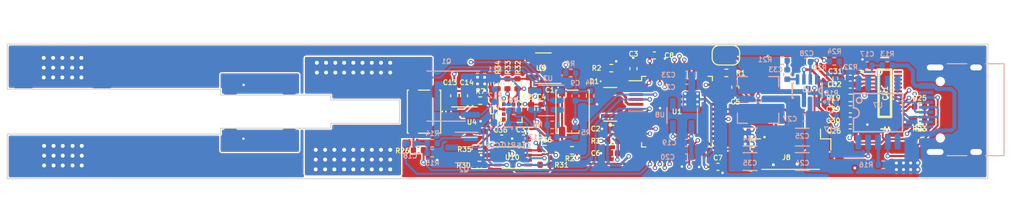
<source format=kicad_pcb>
(kicad_pcb (version 20211014) (generator pcbnew)
  (layers (0 "F.Cu" signal) (1 "In1.Cu" power) (2 "In2.Cu" power) (31 "B.Cu" signal) (34 "B.Paste" user) (35 "F.Paste" user) (36 "B.SilkS" user "B.Silkscreen") (37 "F.SilkS" user "F.Silkscreen") (38 "B.Mask" user) (39 "F.Mask" user) (44 "Edge.Cuts" user))
  (net 0 "")
  (net 1 "Net-(C9-Pad1)")
  (net 2 "Net-(C9-Pad2)")
  (net 3 "Net-(C12-Pad1)")
  (net 6 "DISPLAY_CS")
  (net 10 "IMU_CS")
  (net 11 "IMU_SDA_1.8V")
  (net 12 "A")
  (net 13 "+5V")
  (net 14 "Net-(C16-Pad1)")
  (net 15 "Net-(C17-Pad1)")
  (net 16 "Net-(C18-Pad1)")
  (net 17 "Tip_Control")
  (net 20 "VBUS")
  (net 21 "Net-(J1-PadA5)")
  (net 22 "Net-(J1-PadB5)")
  (net 23 "Net-(Q1-Pad4)")
  (net 24 "Net-(Q2-Pad1)")
  (net 26 "Tip_Temp")
  (net 27 "Net-(C28-Pad2)")
  (net 28 "Board_Temp")
  (net 30 "Net-(R8-Pad1)")
  (net 31 "Net-(R16-Pad1)")
  (net 33 "Net-(R26-Pad2)")
  (net 34 "Net-(R27-Pad2)")
  (net 35 "+3V3")
  (net 36 "HSE_IN")
  (net 37 "Net-(C6-Pad1)")
  (net 38 "Net-(D1-Pad1)")
  (net 39 "Net-(D1-Pad2)")
  (net 40 "Net-(JP1-Pad2)")
  (net 41 "IMU_SCL_1.8V")
  (net 42 "IMU_SDA_3.3V")
  (net 43 "USART_RX")
  (net 44 "USART_TX")
  (net 45 "USB_DM")
  (net 46 "USB_DP")
  (net 47 "SWDIO")
  (net 48 "SWCLK")
  (net 49 "B")
  (net 50 "CFG1")
  (net 51 "CFG3")
  (net 52 "CFG2")
  (net 53 "+1V8")
  (net 54 "Net-(C29-Pad2)")
  (net 55 "Net-(C30-Pad2)")
  (net 56 "Net-(C31-Pad1)")
  (net 57 "Net-(C31-Pad2)")
  (net 58 "Net-(C32-Pad1)")
  (net 59 "Net-(C32-Pad2)")
  (net 60 "Net-(C33-Pad2)")
  (net 61 "Net-(C33-Pad1)")
  (net 62 "Net-(L1-Pad1)")
  (net 63 "Net-(CN1-Pad9)")
  (net 64 "SDA")
  (net 65 "SCL")
  (net 66 "DCX")
  (net 67 "RESET")
  (net 68 "TP1")
  (net 69 "TP2")
  (net 70 "TP3")
  (net 71 "TP4")
  (net 72 "TP5")
  (net 73 "TP6")
  (net 74 "Net-(R7-Pad1)")
  (net 75 "Net-(R17-Pad2)")
  (net 76 "Net-(R18-Pad1)")
  (net 77 "Net-(R20-Pad2)")
  (net 78 "Net-(R20-Pad1)")
  (net 81 "Vin_Sense")
  (net 82 "Button1")
  (net 83 "GND")
  (net 84 "Button2")
  (net 85 "HSE_OUT")
  (net 86 "INT1")
  (net 87 "INT2")
  (net 90 "IMU_SCL_3.3V")
  (net 94 "IMU_SD0_1.8V")
  (footprint "Resistor_SMD:R_0402_1005Metric" (layer "F.Cu") (at 171.6 97.825 180)
    (fp_text reference "R31")
    (fp_text value "10K/1%")
  )
  (footprint "Capacitor_SMD:C_0402_1005Metric" (layer "F.Cu") (at 202.73 93.32)
    (fp_text reference "C30")
    (fp_text value "2.2uF")
  )
  (footprint "Resistor_SMD:R_0402_1005Metric" (layer "F.Cu") (at 166.75 89.55 90)
    (fp_text reference "R34")
    (fp_text value "10K/1%")
  )
  (footprint "Package_QFP:LQFP-48_7x7mm_P0.5mm" (layer "F.Cu") (at 185.05 92.4)
    (fp_text reference "U1")
    (fp_text value "STM32F103C8T6")
  )
  (footprint "Resistor_SMD:R_0402_1005Metric" (layer "F.Cu") (at 164.9 97.85)
    (fp_text reference "R30")
    (fp_text value "10K/1%")
  )
  (footprint "Resistor_SMD:R_0402_1005Metric" (layer "F.Cu") (at 190.08 88.44)
    (fp_text reference "R1")
    (fp_text value "10K")
  )
  (footprint "CSTCE8M00G55:OSC_CSTCE8M00G55-R0" (layer "F.Cu") (at 178.25 91.65 90)
    (fp_text reference "Y1" hide)
    (fp_text value "Crystal_GND3_Small")
  )
  (footprint "Capacitor_SMD:C_0402_1005Metric" (layer "F.Cu") (at 178.5 94.15 180)
    (fp_text reference "C2")
    (fp_text value "4u7")
  )
  (footprint "Capacitor_SMD:C_0402_1005Metric" (layer "F.Cu") (at 202.72 94.52)
    (fp_text reference "C26")
    (fp_text value "1uF")
  )
  (footprint "Resistor_SMD:R_0402_1005Metric" (layer "F.Cu") (at 209.8 91.89 180)
    (fp_text reference "R25")
    (fp_text value "10K")
  )
  (footprint "Resistor_SMD:R_0402_1005Metric" (layer "F.Cu") (at 202.75 90.99)
    (fp_text reference "R19")
    (fp_text value "560K")
  )
  (footprint "Resistor_SMD:R_0402_1005Metric" (layer "F.Cu") (at 178.35 87.95)
    (fp_text reference "R2")
    (fp_text value "1K5")
  )
  (footprint "Button_Switch_SMD:SW_SPST_PTS810" (layer "F.Cu") (at 159.25 92.4 90)
    (fp_text reference "SW1" hide)
    (fp_text value "SW_Push")
  )
  (footprint "Resistor_SMD:R_0402_1005Metric" (layer "F.Cu") (at 158.675 96.325 180)
    (fp_text reference "R26")
    (fp_text value "10K/1%")
  )
  (footprint "Resistor_SMD:R_0402_1005Metric" (layer "F.Cu") (at 167.7625 89.55 90)
    (fp_text reference "R33")
    (fp_text value "10K/1%")
  )
  (footprint "kicad_lceda:JBC245_1.5mm" (layer "F.Cu") (at 153.25 92.4 90)
    (fp_text reference "J3" hide)
    (fp_text value "Positive")
  )
  (footprint "Capacitor_SMD:C_0402_1005Metric" (layer "F.Cu") (at 191 89.9 -90)
    (fp_text reference "C5")
    (fp_text value "100nf")
  )
  (footprint "Package_TO_SOT_SMD:SOT-23-5" (layer "F.Cu") (at 171.42452 87.95452 180)
    (fp_text reference "U9")
    (fp_text value "LP5907MFX-1.8")
  )
  (footprint "Capacitor_SMD:C_0402_1005Metric" (layer "F.Cu") (at 202.73 92.16)
    (fp_text reference "C29")
    (fp_text value "2.2uF")
  )
  (footprint "Capacitor_SMD:C_0402_1005Metric" (layer "F.Cu") (at 170.62452 90.18452 180)
    (fp_text reference "C1")
    (fp_text value "1uF")
  )
  (footprint "Capacitor_SMD:C_0402_1005Metric" (layer "F.Cu") (at 167.175 95.15 180)
    (fp_text reference "C36")
    (fp_text value "100nF")
  )
  (footprint "Capacitor_SMD:C_0402_1005Metric" (layer "F.Cu") (at 178.5 96.65 180)
    (fp_text reference "C6")
    (fp_text value "100nf")
  )
  (footprint "Capacitor_SMD:C_0402_1005Metric" (layer "F.Cu") (at 163.33 90.77 -90)
    (fp_text reference "C14")
    (fp_text value "100nF")
  )
  (footprint "Package_TO_SOT_SMD:SOT-23-5" (layer "F.Cu") (at 163.88 93.47)
    (fp_text reference "U4")
    (fp_text value "TMP36GRTZ")
  )
  (footprint "Resistor_SMD:R_0402_1005Metric" (layer "F.Cu") (at 168.775 89.55 90)
    (fp_text reference "R32")
    (fp_text value "10K/1%")
  )
  (footprint "Capacitor_SMD:C_0402_1005Metric" (layer "F.Cu") (at 202.73 88.31 180)
    (fp_text reference "C31")
    (fp_text value "1uF")
  )
  (footprint "Resistor_SMD:R_0402_1005Metric" (layer "F.Cu") (at 209.8 93.14 180)
    (fp_text reference "R23")
    (fp_text value "10K")
  )
  (footprint "Jumper:SolderJumper-2_P1.3mm_Open_RoundedPad1.0x1.5mm" (layer "F.Cu") (at 190.04 86.63 180)
    (fp_text reference "JP1" hide)
    (fp_text value "SolderJumper_2_Open")
  )
  (footprint "kicad_lceda:JBC245_2.4mm" (layer "F.Cu") (at 142.5 92.4 90)
    (fp_text reference "J2" hide)
    (fp_text value "Negative")
  )
  (footprint "kicad_lceda:CONN-SMD_YXT-BB10-24S-02" (layer "F.Cu") (at 206.25 90.52 90)
    (fp_text reference "CN1")
    (fp_text value "YXT-BB10-24S-02")
  )
  (footprint "Resistor_SMD:R_0402_1005Metric" (layer "F.Cu") (at 174.34 96.35 180)
    (fp_text reference "R27")
    (fp_text value "10K/1%")
  )
  (footprint "Resistor_SMD:R_0402_1005Metric" (layer "F.Cu") (at 164.98 91.27)
    (fp_text reference "R7")
    (fp_text value "1K")
  )
  (footprint "Capacitor_SMD:C_0402_1005Metric" (layer "F.Cu") (at 202.73 89.63 180)
    (fp_text reference "C32")
    (fp_text value "1uF")
  )
  (footprint "Capacitor_SMD:C_0402_1005Metric" (layer "F.Cu") (at 162.33 90.77 -90)
    (fp_text reference "C13")
    (fp_text value "1uF")
  )
  (footprint "Package_SO:VSSOP-8_2.3x2mm_P0.5mm" (layer "F.Cu") (at 168.3 97.1)
    (fp_text reference "U10")
    (fp_text value "TXS0102DCU")
  )
  (footprint "kicad_lceda:JBC245_3.5mm" (layer "F.Cu") (at 122.4 92.45 90)
    (fp_text reference "J4" hide)
    (fp_text value "Conn_01x04")
  )
  (footprint "Capacitor_SMD:C_0402_1005Metric" (layer "F.Cu") (at 189.23 98.04)
    (fp_text reference "C7")
    (fp_text value "100nf")
  )
  (footprint "Capacitor_SMD:C_0402_1005Metric" (layer "F.Cu") (at 170.17 92.145 90)
    (fp_text reference "C22")
    (fp_text value "100nF")
  )
  (footprint "Capacitor_SMD:C_0402_1005Metric" (layer "F.Cu") (at 171.225 92.15 90)
    (fp_text reference "C4")
    (fp_text value "1uf")
  )
  (footprint "Package_LGA:LGA-12_2x2mm_P0.5mm" (layer "F.Cu") (at 168.15 92.4)
    (fp_text reference "U2")
    (fp_text value "LIS2DS12")
  )
  (footprint "Resistor_SMD:R_0402_1005Metric" (layer "F.Cu") (at 165 96.2)
    (fp_text reference "R35")
    (fp_text value "10K/1%")
  )
  (footprint "Resistor_SMD:R_0402_1005Metric" (layer "F.Cu") (at 171.575 96.225 180)
    (fp_text reference "R36")
    (fp_text value "10K/1%")
  )
  (footprint "Capacitor_SMD:C_0402_1005Metric" (layer "F.Cu") (at 169.4 95.15)
    (fp_text reference "C37")
    (fp_text value "100nF")
  )
  (footprint "Capacitor_SMD:C_0402_1005Metric" (layer "F.Cu") (at 182.75 86.65)
    (fp_text reference "C8")
    (fp_text value "100nf")
  )
  (footprint "Resistor_SMD:R_0402_1005Metric" (layer "F.Cu") (at 178.5 95.4)
    (fp_text reference "R3")
    (fp_text value "10K")
  )
  (footprint "Button_Switch_SMD:SW_SPST_PTS810" (layer "F.Cu") (at 174.4 92.4 90)
    (fp_text reference "SW2" hide)
    (fp_text value "SW_Push")
  )
  (footprint "Capacitor_SMD:C_0402_1005Metric" (layer "F.Cu") (at 180.61 88 90)
    (fp_text reference "C3")
    (fp_text value "100nf")
  )
  (footprint "Connector_JST:JST_SH_BM06B-SRSS-TB_1x06-1MP_P1.00mm_Vertical" (layer "F.Cu") (at 196.63 96.29 180)
    (fp_text reference "J8")
    (fp_text value "Conn_01x06")
  )
  (footprint "LED_SMD:LED_0402_1005Metric" (layer "F.Cu") (at 178.35 89.3)
    (fp_text reference "D1")
    (fp_text value "LED")
  )
  (footprint "Capacitor_SMD:C_0402_1005Metric" (layer "B.Cu") (at 198.075 93)
    (fp_text reference "C27")
    (fp_text value "100nF")
  )
  (footprint "kicad_lceda:JBC245_2.4mm" (layer "B.Cu") (at 142.5 92.4 -90)
    (fp_text reference "J5" hide)
    (fp_text value "Conn_01x04")
  )
  (footprint "Capacitor_SMD:C_0402_1005Metric" (layer "B.Cu") (at 186.03 95.58)
    (fp_text reference "C19")
    (fp_text value "100nF")
  )
  (footprint "Resistor_SMD:R_0402_1005Metric" (layer "B.Cu") (at 172.32 93.75 180)
    (fp_text reference "R8")
    (fp_text value "100K")
  )
  (footprint "kicad_lceda:TSOT23-8_L2.9-W1.6-P0.65-LS2.8-BL" (layer "B.Cu") (at 198.325 90.25 180)
    (fp_text reference "U6")
    (fp_text value "MP9942")
  )
  (footprint "Capacitor_SMD:C_0402_1005Metric" (layer "B.Cu") (at 204.45 87.67025 180)
    (fp_text reference "C17")
    (fp_text value "1uF")
  )
  (footprint "Capacitor_SMD:C_1206_3216Metric" (layer "B.Cu") (at 197.825 95)
    (fp_text reference "C25")
    (fp_text value "10uF")
  )
  (footprint "Resistor_SMD:R_0402_1005Metric" (layer "B.Cu") (at 174.22 88.45 180)
    (fp_text reference "R6")
    (fp_text value "1K")
  )
  (footprint "Resistor_SMD:R_0402_1005Metric" (layer "B.Cu") (at 168.4 92.31 180)
    (fp_text reference "R9")
    (fp_text value "75K/1%")
  )
  (footprint "Resistor_SMD:R_0402_1005Metric" (layer "B.Cu") (at 195.78 87.18 180)
    (fp_text reference "R21")
    (fp_text value "20")
  )
  (footprint "Capacitor_SMD:C_0402_1005Metric" (layer "B.Cu") (at 186.05 89.95)
    (fp_text reference "C21")
    (fp_text value "1uF")
  )
  (footprint "Resistor_SMD:R_0402_1005Metric" (layer "B.Cu") (at 166.45 89.57 -90)
    (fp_text reference "R11")
    (fp_text value "5.1K/1%")
  )
  (footprint "Capacitor_SMD:C_1206_3216Metric" (layer "B.Cu") (at 192.4999 97.5 180)
    (fp_text reference "C35")
    (fp_text value "22uF")
  )
  (footprint "Resistor_SMD:R_0402_1005Metric" (layer "B.Cu") (at 201.825 88.99 -90)
    (fp_text reference "R22")
    (fp_text value "7.68K")
  )
  (footprint "Capacitor_SMD:C_0402_1005Metric_Pad0.74x0.62mm_HandSolder" (layer "B.Cu") (at 169.01 94.06 -90)
    (fp_text reference "C15")
    (fp_text value "100nf")
  )
  (footprint "kicad_lceda:JBC245_3.5mm" (layer "B.Cu") (at 122.4 92.45 -90)
    (fp_text reference "J7" hide)
    (fp_text value "Com")
  )
  (footprint "Resistor_SMD:R_0402_1005Metric" (layer "B.Cu") (at 174.68 94.5 -90)
    (fp_text reference "R5")
    (fp_text value "2.37K/0.1%")
  )
  (footprint "Resistor_SMD:R_0402_1005Metric" (layer "B.Cu") (at 160.08 96.63)
    (fp_text reference "R15")
    (fp_text value "1K/1%")
  )
  (footprint "Capacitor_SMD:C_0402_1005Metric_Pad0.74x0.62mm_HandSolder" (layer "B.Cu") (at 157.96 95.67 180)
    (fp_text reference "C18")
    (fp_text value "100nf")
  )
  (footprint "Inductor_SMD:L_Bourns-SRN4018" (layer "B.Cu") (at 193.325 91.1976 -90)
    (fp_text reference "L1")
    (fp_text value "10uH")
  )
  (footprint "Capacitor_SMD:C_0402_1005Metric" (layer "B.Cu") (at 186.03 97.08)
    (fp_text reference "C20")
    (fp_text value "2.2uF")
  )
  (footprint "Capacitor_SMD:C_1206_3216Metric" (layer "B.Cu") (at 197.825 97.5)
    (fp_text reference "C24")
    (fp_text value "10uF")
  )
  (footprint "Package_SO:SOIC-8-1EP_3.9x4.9mm_P1.27mm_EP2.29x3mm" (layer "B.Cu") (at 161.49 90.81 180)
    (fp_text reference "Q1")
    (fp_text value "AO4407A")
  )
  (footprint "kicad_lceda:JBC245_1.5mm" (layer "B.Cu") (at 153.25 92.4 -90)
    (fp_text reference "J6" hide)
    (fp_text value "Conn_01x04")
  )
  (footprint "Resistor_SMD:R_0402_1005Metric" (layer "B.Cu") (at 167.85 94.09 -90)
    (fp_text reference "R10")
    (fp_text value "10K/1%")
  )
  (footprint "Capacitor_SMD:C_0402_1005Metric" (layer "B.Cu") (at 198.175 87.3)
    (fp_text reference "C28")
    (fp_text value "100nF")
  )
  (footprint "Package_TO_SOT_SMD:SOT-23-5" (layer "B.Cu") (at 171.7 91.25 180)
    (fp_text reference "U3")
    (fp_text value "SGM8557-1AXN5G/TR")
  )
  (footprint "Capacitor_SMD:C_0402_1005Metric" (layer "B.Cu") (at 196.3 88.6 -90)
    (fp_text reference "C33")
    (fp_text value "100nF")
  )
  (footprint "Resistor_SMD:R_0402_1005Metric" (layer "B.Cu") (at 201.1 87.25 180)
    (fp_text reference "R24")
    (fp_text value "41.2K")
  )
  (footprint "Connector_USB:USB_C_Receptacle_HRO_TYPE-C-31-M-12" (layer "B.Cu") (at 214.51 92.2 -90)
    (fp_text reference "J1" hide)
    (fp_text value "USB_C_Receptacle_USB2.0")
  )
  (footprint "Resistor_SMD:R_0402_1005Metric" (layer "B.Cu") (at 200.575 88.99 90)
    (fp_text reference "R20")
    (fp_text value "51K")
  )
  (footprint "Resistor_SMD:R_0402_1005Metric" (layer "B.Cu") (at 160.08 95.63 180)
    (fp_text reference "R14")
    (fp_text value "10K/1%")
  )
  (footprint "Package_TO_SOT_SMD:SOT-23-5" (layer "B.Cu") (at 185.58 92.8 90)
    (fp_text reference "U8")
    (fp_text value "LP5907MFX-3.3")
  )
  (footprint "Resistor_SMD:R_0402_1005Metric" (layer "B.Cu") (at 176.19 90.77 -90)
    (fp_text reference "R4")
    (fp_text value "750K/0.1%")
  )
  (footprint "Resistor_SMD:R_0402_1005Metric" (layer "B.Cu") (at 206.5 87.67025 180)
    (fp_text reference "R13")
    (fp_text value "1K")
  )
  (footprint "Capacitor_SMD:C_1206_3216Metric" (layer "B.Cu") (at 192.4999 95 180)
    (fp_text reference "C34")
    (fp_text value "22uF")
  )
  (footprint "Capacitor_SMD:C_0402_1005Metric_Pad0.74x0.62mm_HandSolder" (layer "B.Cu") (at 166.41 94.1 -90)
    (fp_text reference "C16")
    (fp_text value "100nf")
  )
  (footprint "Resistor_SMD:R_0402_1005Metric" (layer "B.Cu") (at 206.09 97.83)
    (fp_text reference "R16")
    (fp_text value "10K")
  )
  (footprint "Resistor_SMD:R_0402_1005Metric" (layer "B.Cu") (at 200.775 92.8976)
    (fp_text reference "R17")
    (fp_text value "1M")
  )
  (footprint "Capacitor_SMD:C_0402_1005Metric" (layer "B.Cu") (at 186.05 88.61)
    (fp_text reference "C23")
    (fp_text value "2.2uF")
  )
  (footprint "Resistor_SMD:R_0402_1005Metric" (layer "B.Cu") (at 200.775 91.3976)
    (fp_text reference "R18")
    (fp_text value "100K")
  )
  (footprint "kicad_lceda:ESSOP-10_L4.9-W3.9-P1.0-LS6.0-TL-EP" (layer "B.Cu") (at 205.55 92.5)
    (fp_text reference "U7")
    (fp_text value "CH224K")
  )
  (footprint "Resistor_SMD:R_0402_1005Metric" (layer "B.Cu") (at 166.45 91.92 -90)
    (fp_text reference "R12")
    (fp_text value "5.1K/1%")
  )
  (footprint "Package_TO_SOT_SMD:SOT-23" (layer "B.Cu") (at 163.08 96.06 180)
    (fp_text reference "Q2")
    (fp_text value "MMBT3904")
  )
  (footprint "Capacitor_SMD:C_0402_1005Metric" (layer "B.Cu") (at 174.69 90.79 -90)
    (fp_text reference "C9")
    (fp_text value "100pF")
  )
  (footprint "Capacitor_SMD:C_0402_1005Metric" (layer "B.Cu") (at 172.32 95 180)
    (fp_text reference "C12")
    (fp_text value "0.1uF")
  )
  (gr_line (start 138.5 94.7) (end 116.75 94.7) (layer "Edge.Cuts") (width 0.1))
  (gr_line (start 216.75 85.5) (end 216.75 99.25) (layer "Edge.Cuts") (width 0.1))
  (gr_line (start 149.75 90.7) (end 149.75 91.2) (layer "Edge.Cuts") (width 0.1))
  (gr_line (start 149.75 93.6) (end 149.75 94.1) (layer "Edge.Cuts") (width 0.1))
  (gr_line (start 156.75 93.6) (end 149.75 93.6) (layer "Edge.Cuts") (width 0.1))
  (gr_line (start 156.75 91.2) (end 156.75 93.6) (layer "Edge.Cuts") (width 0.1))
  (gr_line (start 216.75 85.5) (end 116.75 85.5) (layer "Edge.Cuts") (width 0.1))
  (gr_line (start 149.75 91.2) (end 156.75 91.2) (layer "Edge.Cuts") (width 0.1))
  (gr_line (start 116.75 90.1) (end 116.75 85.5) (layer "Edge.Cuts") (width 0.1))
  (gr_line (start 138.5 90.1) (end 138.5 90.7) (layer "Edge.Cuts") (width 0.1))
  (gr_line (start 116.75 90.1) (end 138.5 90.1) (layer "Edge.Cuts") (width 0.1))
  (gr_line (start 116.75 99.25) (end 116.75 94.7) (layer "Edge.Cuts") (width 0.1))
  (gr_line (start 216.75 99.25) (end 116.75 99.25) (layer "Edge.Cuts") (width 0.1))
  (gr_line (start 138.5 90.7) (end 149.75 90.7) (layer "Edge.Cuts") (width 0.1))
  (gr_line (start 138.5 94.1) (end 138.5 94.7) (layer "Edge.Cuts") (width 0.1))
  (gr_line (start 149.75 94.1) (end 138.5 94.1) (layer "Edge.Cuts") (width 0.1))
  (segment (start 174.73 88.45) (end 174.73 90.24) (width 0.2) (layer "B.Cu") (net 1))
  (segment (start 174.68 90.29) (end 174.68 90.31) (width 0.2) (layer "B.Cu") (net 1))
  (segment (start 176.19 90.24) (end 176.12 90.31) (width 0.2) (layer "B.Cu") (net 1))
  (segment (start 174.68 90.31) (end 174.67 90.3) (width 0.2) (layer "B.Cu") (net 1))
  (segment (start 176.12 90.31) (end 174.8 90.31) (width 0.2) (layer "B.Cu") (net 1))
  (segment (start 174.67 90.3) (end 172.8375 90.3) (width 0.2) (layer "B.Cu") (net 1))
  (segment (start 174.73 90.24) (end 174.68 90.29) (width 0.2) (layer "B.Cu") (net 1))
  (segment (start 174.8 90.31) (end 174.73 90.24) (width 0.2) (layer "B.Cu") (net 1))
  (via (at 174.68 93.43) (size 0.45) (drill 0.25) (layers "F.Cu" "B.Cu") (net 2))
  (via (at 170.78 93.44) (size 0.45) (drill 0.25) (layers "F.Cu" "B.Cu") (net 2))
  (segment (start 170.5625 92.2) (end 170.5625 93.2225) (width 0.2) (layer "B.Cu") (net 2))
  (segment (start 174.68 93.99) (end 174.68 93.43) (width 0.2) (layer "B.Cu") (net 2))
  (segment (start 170.5625 93.2225) (end 170.78 93.44) (width 0.2) (layer "B.Cu") (net 2))
  (segment (start 176.19 91.28) (end 174.7 91.28) (width 0.2) (layer "B.Cu") (net 2))
  (segment (start 174.68 91.28) (end 174.69 91.27) (width 0.2) (layer "B.Cu") (net 2))
  (segment (start 174.68 93.43) (end 174.68 91.28) (width 0.2) (layer "B.Cu") (net 2))
  (segment (start 174.7 91.28) (end 174.69 91.27) (width 0.2) (layer "B.Cu") (net 2))
  (segment (start 174.67 95) (end 174.68 95.01) (width 0.2) (layer "B.Cu") (net 3))
  (segment (start 172.8 95) (end 174.67 95) (width 0.2) (layer "B.Cu") (net 3))
  (segment (start 208.098922 91.1201) (end 207.6 91.1201) (width 0.2) (layer "F.Cu") (net 6))
  (segment (start 208.27 90.68) (end 208.27 90.949022) (width 0.2) (layer "F.Cu") (net 6))
  (segment (start 208.27 90.949022) (end 208.098922 91.1201) (width 0.2) (layer "F.Cu") (net 6))
  (segment (start 182.8 98.15) (end 182.8 96.5625) (width 0.2) (layer "F.Cu") (net 6))
  (segment (start 208.73 90.22) (end 208.27 90.68) (width 0.2) (layer "F.Cu") (net 6))
  (via (at 182.8 98.15) (size 0.45) (drill 0.25) (layers "F.Cu" "B.Cu") (net 6))
  (via (at 208.73 90.22) (size 0.45) (drill 0.25) (layers "F.Cu" "B.Cu") (net 6))
  (segment (start 167 92.15) (end 166.75 91.9) (width 0.2) (layer "F.Cu") (net 10))
  (segment (start 167.3875 92.15) (end 167 92.15) (width 0.2) (layer "F.Cu") (net 10))
  (segment (start 166.75 91.9) (end 166.75 90.06) (width 0.2) (layer "F.Cu") (net 10))
  (segment (start 167.3875 93.3125) (end 167.075 93.625) (width 0.2) (layer "F.Cu") (net 11))
  (segment (start 167.3875 93.15) (end 167.3875 93.3125) (width 0.2) (layer "F.Cu") (net 11))
  (segment (start 166.75 97.85) (end 167.675 97.85) (width 0.2) (layer "F.Cu") (net 11))
  (segment (start 166.75 97.85) (end 165.41 97.85) (width 0.2) (layer "F.Cu") (net 11))
  (via (at 167.075 93.625) (size 0.45) (drill 0.25) (layers "F.Cu" "B.Cu") (net 11))
  (via (at 167.675 97.85) (size 0.45) (drill 0.25) (layers "F.Cu" "B.Cu") (net 11))
  (segment (start 166.710886 94.10048) (end 165.87452 94.10048) (width 0.2) (layer "B.Cu") (net 11))
  (segment (start 166.25 97.85) (end 167.675 97.85) (width 0.2) (layer "B.Cu") (net 11))
  (segment (start 165.87452 94.10048) (end 165.7 94.275) (width 0.2) (layer "B.Cu") (net 11))
  (segment (start 165.7 94.275) (end 165.7 97.3) (width 0.2) (layer "B.Cu") (net 11))
  (segment (start 167.075 93.625) (end 167.075 93.736366) (width 0.2) (layer "B.Cu") (net 11))
  (segment (start 165.7 97.3) (end 166.25 97.85) (width 0.2) (layer "B.Cu") (net 11))
  (segment (start 167.075 93.736366) (end 166.710886 94.10048) (width 0.2) (layer "B.Cu") (net 11))
  (via (at 148.2 97.3) (size 0.8) (drill 0.4) (layers "F.Cu" "B.Cu") (net 12))
  (via (at 152.98 98.3) (size 0.8) (drill 0.4) (layers "F.Cu" "B.Cu") (net 12))
  (via (at 152.98 88.4) (size 0.8) (drill 0.4) (layers "F.Cu" "B.Cu") (net 12))
  (via (at 152.04 98.3) (size 0.8) (drill 0.4) (layers "F.Cu" "B.Cu") (net 12))
  (via (at 151.1 88.4) (size 0.8) (drill 0.4) (layers "F.Cu" "B.Cu") (net 12))
  (via (at 149.26 87.4) (size 0.8) (drill 0.4) (layers "F.Cu" "B.Cu") (net 12))
  (via (at 155.8 96.3) (size 0.8) (drill 0.4) (layers "F.Cu" "B.Cu") (net 12))
  (via (at 152.04 96.3) (size 0.8) (drill 0.4) (layers "F.Cu" "B.Cu") (net 12))
  (via (at 153.92 87.4) (size 0.8) (drill 0.4) (layers "F.Cu" "B.Cu") (net 12))
  (via (at 149.16 98.3) (size 0.8) (drill 0.4) (layers "F.Cu" "B.Cu") (net 12))
  (via (at 152.04 87.4) (size 0.8) (drill 0.4) (layers "F.Cu" "B.Cu") (net 12))
  (via (at 151.1 97.3) (size 0.8) (drill 0.4) (layers "F.Cu" "B.Cu") (net 12))
  (via (at 154.86 88.4) (size 0.8) (drill 0.4) (layers "F.Cu" "B.Cu") (net 12))
  (via (at 150.1 97.3) (size 0.8) (drill 0.4) (layers "F.Cu" "B.Cu") (net 12))
  (via (at 148.2 96.3) (size 0.8) (drill 0.4) (layers "F.Cu" "B.Cu") (net 12))
  (via (at 155.8 88.4) (size 0.8) (drill 0.4) (layers "F.Cu" "B.Cu") (net 12))
  (via (at 152.04 88.4) (size 0.8) (drill 0.4) (layers "F.Cu" "B.Cu") (net 12))
  (via (at 152.98 96.3) (size 0.8) (drill 0.4) (layers "F.Cu" "B.Cu") (net 12))
  (via (at 148.32 87.4) (size 0.8) (drill 0.4) (layers "F.Cu" "B.Cu") (net 12))
  (via (at 152.98 87.4) (size 0.8) (drill 0.4) (layers "F.Cu" "B.Cu") (net 12))
  (via (at 155.8 98.3) (size 0.8) (drill 0.4) (layers "F.Cu" "B.Cu") (net 12))
  (via (at 150.2 87.4) (size 0.8) (drill 0.4) (layers "F.Cu" "B.Cu") (net 12))
  (via (at 154.86 96.3) (size 0.8) (drill 0.4) (layers "F.Cu" "B.Cu") (net 12))
  (via (at 151.1 98.3) (size 0.8) (drill 0.4) (layers "F.Cu" "B.Cu") (net 12))
  (via (at 154.86 87.4) (size 0.8) (drill 0.4) (layers "F.Cu" "B.Cu") (net 12))
  (via (at 150.2 88.4) (size 0.8) (drill 0.4) (layers "F.Cu" "B.Cu") (net 12))
  (via (at 152.04 97.3) (size 0.8) (drill 0.4) (layers "F.Cu" "B.Cu") (net 12))
  (via (at 153.92 96.3) (size 0.8) (drill 0.4) (layers "F.Cu" "B.Cu") (net 12))
  (via (at 153.92 98.3) (size 0.8) (drill 0.4) (layers "F.Cu" "B.Cu") (net 12))
  (via (at 149.26 88.4) (size 0.8) (drill 0.4) (layers "F.Cu" "B.Cu") (net 12))
  (via (at 150.1 96.3) (size 0.8) (drill 0.4) (layers "F.Cu" "B.Cu") (net 12))
  (via (at 153.92 88.4) (size 0.8) (drill 0.4) (layers "F.Cu" "B.Cu") (net 12))
  (via (at 155.8 97.3) (size 0.8) (drill 0.4) (layers "F.Cu" "B.Cu") (net 12))
  (via (at 148.2 98.3) (size 0.8) (drill 0.4) (layers "F.Cu" "B.Cu") (net 12))
  (via (at 155.8 87.4) (size 0.8) (drill 0.4) (layers "F.Cu" "B.Cu") (net 12))
  (via (at 151.1 87.4) (size 0.8) (drill 0.4) (layers "F.Cu" "B.Cu") (net 12))
  (via (at 150.1 98.3) (size 0.8) (drill 0.4) (layers "F.Cu" "B.Cu") (net 12))
  (via (at 148.32 88.4) (size 0.8) (drill 0.4) (layers "F.Cu" "B.Cu") (net 12))
  (via (at 154.86 98.3) (size 0.8) (drill 0.4) (layers "F.Cu" "B.Cu") (net 12))
  (via (at 152.98 97.3) (size 0.8) (drill 0.4) (layers "F.Cu" "B.Cu") (net 12))
  (via (at 154.86 97.3) (size 0.8) (drill 0.4) (layers "F.Cu" "B.Cu") (net 12))
  (via (at 153.92 97.3) (size 0.8) (drill 0.4) (layers "F.Cu" "B.Cu") (net 12))
  (via (at 151.1 96.3) (size 0.8) (drill 0.4) (layers "F.Cu" "B.Cu") (net 12))
  (via (at 149.16 97.3) (size 0.8) (drill 0.4) (layers "F.Cu" "B.Cu") (net 12))
  (via (at 149.16 96.3) (size 0.8) (drill 0.4) (layers "F.Cu" "B.Cu") (net 12))
  (segment (start 171.49 91.67) (end 171.49 89.805) (width 0.2) (layer "B.Cu") (net 12))
  (segment (start 169.545 87.86) (end 161.94 87.86) (width 0.2) (layer "B.Cu") (net 12))
  (segment (start 171.49 89.805) (end 169.545 87.86) (width 0.2) (layer "B.Cu") (net 12))
  (segment (start 171.84 93.78) (end 171.81 93.75) (width 0.2) (layer "B.Cu") (net 12))
  (segment (start 160.895 88.905) (end 159.015 88.905) (width 0.2) (layer "B.Cu") (net 12))
  (segment (start 161.94 87.86) (end 160.895 88.905) (width 0.2) (layer "B.Cu") (net 12))
  (segment (start 171.84 95) (end 171.84 93.78) (width 0.2) (layer "B.Cu") (net 12))
  (segment (start 171.81 91.99) (end 171.49 91.67) (width 0.2) (layer "B.Cu") (net 12))
  (segment (start 171.81 93.75) (end 171.81 91.99) (width 0.2) (layer "B.Cu") (net 12))
  (segment (start 162.7425 93.47) (end 161.63 93.47) (width 0.2) (layer "F.Cu") (net 13))
  (segment (start 162.7425 93.47) (end 164.0675 93.47) (width 0.2) (layer "F.Cu") (net 13))
  (segment (start 162.33 90.29) (end 162.33 88.57) (width 0.2) (layer "F.Cu") (net 13))
  (segment (start 162.33 88.57) (end 162.34 88.56) (width 0.2) (layer "F.Cu") (net 13))
  (segment (start 163.33 90.29) (end 162.33 90.29) (width 0.2) (layer "F.Cu") (net 13))
  (segment (start 161.3 93.14) (end 161.63 93.47) (width 0.2) (layer "F.Cu") (net 13))
  (segment (start 193.32 90.79) (end 193.34 90.77) (width 0.25) (layer "F.Cu") (net 13))
  (segment (start 194.59 86.69) (end 199.59 86.69) (width 0.25) (layer "F.Cu") (net 13))
  (segment (start 161.3 90.81) (end 161.3 93.14) (width 0.2) (layer "F.Cu") (net 13))
  (segment (start 162.33 90.29) (end 161.82 90.29) (width 0.2) (layer "F.Cu") (net 13))
  (segment (start 193.34 90.77) (end 193.34 87.94) (width 0.25) (layer "F.Cu") (net 13))
  (segment (start 184.63 94.93) (end 186.51 94.93) (width 0.2) (layer "F.Cu") (net 13))
  (segment (start 199.59 86.69) (end 200.06 87.16) (width 0.25) (layer "F.Cu") (net 13))
  (segment (start 164.0675 93.47) (end 165.0175 94.42) (width 0.2) (layer "F.Cu") (net 13))
  (segment (start 161.82 90.29) (end 161.3 90.81) (width 0.2) (layer "F.Cu") (net 13))
  (segment (start 193.34 87.94) (end 194.59 86.69) (width 0.25) (layer "F.Cu") (net 13))
  (via (at 200.06 87.16) (size 0.45) (drill 0.25) (layers "F.Cu" "B.Cu") (net 13))
  (via (at 192.69 94.95) (size 0.6) (drill 0.3) (layers "F.Cu" "B.Cu") (net 13))
  (via (at 192.01 94.2) (size 0.6) (drill 0.3) (layers "F.Cu" "B.Cu") (net 13))
  (via (at 170.57 90.87) (size 0.45) (drill 0.25) (layers "F.Cu" "B.Cu") (net 13))
  (via (at 192.01 94.95) (size 0.6) (drill 0.3) (layers "F.Cu" "B.Cu") (net 13))
  (via (at 184.63 94.93) (size 0.45) (drill 0.25) (layers "F.Cu" "B.Cu") (net 13))
  (via (at 193.32 90.79) (size 0.45) (drill 0.25) (layers "F.Cu" "B.Cu") (net 13))
  (via (at 192.01 95.7) (size 0.6) (drill 0.3) (layers "F.Cu" "B.Cu") (net 13))
  (via (at 162.34 88.56) (size 0.45) (drill 0.25) (layers "F.Cu" "B.Cu") (net 13))
  (via (at 192.68 94.2) (size 0.6) (drill 0.3) (layers "F.Cu" "B.Cu") (net 13))
  (via (at 186.51 94.93) (size 0.45) (drill 0.25) (layers "F.Cu" "B.Cu") (net 13))
  (via (at 192.68 95.7) (size 0.6) (drill 0.3) (layers "F.Cu" "B.Cu") (net 13))
  (segment (start 170.5 90.8) (end 170.5 89.34) (width 0.2) (layer "B.Cu") (net 13))
  (segment (start 184.63 94.93) (end 184.63 93.9375) (width 0.2) (layer "B.Cu") (net 13))
  (segment (start 186.51 97.08) (end 186.51 93.9575) (width 0.4) (layer "B.Cu") (net 13))
  (segment (start 200.06 87.16) (end 200.15 87.25) (width 0.2) (layer "B.Cu") (net 13))
  (segment (start 193.325 90.795) (end 193.325 92.7226) (width 0.25) (layer "B.Cu") (net 13))
  (segment (start 169.34 88.18) (end 162.72 88.18) (width 0.2) (layer "B.Cu") (net 13))
  (segment (start 193.32 90.79) (end 193.325 90.795) (width 0.25) (layer "B.Cu") (net 13))
  (segment (start 170.5625 90.8625) (end 170.5625 90.3) (width 0.2) (layer "B.Cu") (net 13))
  (segment (start 170.5 89.34) (end 169.34 88.18) (width 0.2) (layer "B.Cu") (net 13))
  (segment (start 170.57 90.87) (end 170.5 90.8) (width 0.2) (layer "B.Cu") (net 13))
  (segment (start 170.57 90.87) (end 170.5625 90.8625) (width 0.2) (layer "B.Cu") (net 13))
  (segment (start 186.51 93.9575) (end 186.53 93.9375) (width 0.4) (layer "B.Cu") (net 13))
  (segment (start 162.72 88.18) (end 162.34 88.56) (width 0.2) (layer "B.Cu") (net 13))
  (segment (start 200.15 87.25) (end 200.59 87.25) (width 0.2) (layer "B.Cu") (net 13))
  (segment (start 165.09 96.06) (end 165.3 95.85) (width 0.2) (layer "B.Cu") (net 14))
  (segment (start 166.41 93.5325) (end 166.41 92.44) (width 0.2) (layer "B.Cu") (net 14))
  (segment (start 165.3 95.85) (end 165.3 94.17) (width 0.2) (layer "B.Cu") (net 14))
  (segment (start 166.41 92.44) (end 166.42 92.43) (width 0.2) (layer "B.Cu") (net 14))
  (segment (start 165.3 94.17) (end 165.9375 93.5325) (width 0.2) (layer "B.Cu") (net 14))
  (segment (start 165.9375 93.5325) (end 166.41 93.5325) (width 0.2) (layer "B.Cu") (net 14))
  (segment (start 162.1425 96.06) (end 165.09 96.06) (width 0.2) (layer "B.Cu") (net 14))
  (segment (start 203.551 88.539) (end 203.551 89.5003) (width 0.2) (layer "B.Cu") (net 15))
  (segment (start 205.99 87.67025) (end 204.93 87.67025) (width 0.2) (layer "B.Cu") (net 15))
  (segment (start 204.93 87.67025) (end 204.93 88.24) (width 0.2) (layer "B.Cu") (net 15))
  (segment (start 204.81 88.36) (end 203.73 88.36) (width 0.2) (layer "B.Cu") (net 15))
  (segment (start 204.93 88.24) (end 204.81 88.36) (width 0.2) (layer "B.Cu") (net 15))
  (segment (start 203.73 88.36) (end 203.551 88.539) (width 0.2) (layer "B.Cu") (net 15))
  (segment (start 159.57 95.63) (end 159.57 96.63) (width 0.2) (layer "B.Cu") (net 16))
  (segment (start 158.5675 95.63) (end 158.5275 95.67) (width 0.2) (layer "B.Cu") (net 16))
  (segment (start 159.57 95.63) (end 158.5675 95.63) (width 0.2) (layer "B.Cu") (net 16))
  (segment (start 182.3 96.5625) (end 182.3 97.76) (width 0.2) (layer "F.Cu") (net 17))
  (via (at 182.3 97.76) (size 0.45) (drill 0.25) (layers "F.Cu" "B.Cu") (net 17))
  (segment (start 182.3 97.76) (end 181.31 98.75) (width 0.2) (layer "B.Cu") (net 17))
  (segment (start 181.31 98.75) (end 158.52 98.75) (width 0.2) (layer "B.Cu") (net 17))
  (segment (start 157.3925 97.6225) (end 157.3925 95.67) (width 0.2) (layer "B.Cu") (net 17))
  (segment (start 158.52 98.75) (end 157.3925 97.6225) (width 0.2) (layer "B.Cu") (net 17))
  (via (at 165.45 90.24) (size 0.6) (drill 0.3) (layers "F.Cu" "B.Cu") (net 20))
  (via (at 209.605 97.64) (size 0.6) (drill 0.3) (layers "F.Cu" "B.Cu") (net 20))
  (via (at 208.155 98.32) (size 0.6) (drill 0.3) (layers "F.Cu" "B.Cu") (net 20))
  (via (at 164.705 89.56) (size 0.6) (drill 0.3) (layers "F.Cu" "B.Cu") (net 20))
  (via (at 164.725 90.24) (size 0.6) (drill 0.3) (layers "F.Cu" "B.Cu") (net 20))
  (via (at 208.88 97.65) (size 0.6) (drill 0.3) (layers "F.Cu" "B.Cu") (net 20))
  (via (at 165.43 89.56) (size 0.6) (drill 0.3) (layers "F.Cu" "B.Cu") (net 20))
  (via (at 165.43 88.89) (size 0.6) (drill 0.3) (layers "F.Cu" "B.Cu") (net 20))
  (via (at 208.88 98.32) (size 0.6) (drill 0.3) (layers "F.Cu" "B.Cu") (net 20))
  (via (at 164.705 88.88) (size 0.6) (drill 0.3) (layers "F.Cu" "B.Cu") (net 20))
  (via (at 207.43 97.65) (size 0.6) (drill 0.3) (layers "F.Cu" "B.Cu") (net 20))
  (via (at 209.605 98.32) (size 0.6) (drill 0.3) (layers "F.Cu" "B.Cu") (net 20))
  (via (at 207.43 98.32) (size 0.6) (drill 0.3) (layers "F.Cu" "B.Cu") (net 20))
  (via (at 208.155 97.64) (size 0.6) (drill 0.3) (layers "F.Cu" "B.Cu") (net 20))
  (segment (start 211.254661 94.65) (end 210.465 94.65) (width 0.4) (layer "B.Cu") (net 20))
  (segment (start 209.38 89.75) (end 209.12 89.49) (width 0.4) (layer "B.Cu") (net 20))
  (segment (start 209.12 88.23) (end 208.56025 87.67025) (width 0.4) (layer "B.Cu") (net 20))
  (segment (start 208.61 95.57) (end 208.61 97.37) (width 0.4) (layer "B.Cu") (net 20))
  (segment (start 166.45 89.06) (end 168.1 89.06) (width 0.2) (layer "B.Cu") (net 20))
  (segment (start 198.6501 91.3976) (end 198.6501 92.9049) (width 0.2) (layer "B.Cu") (net 20))
  (segment (start 208.56025 87.67025) (end 207.01 87.67025) (width 0.4) (layer "B.Cu") (net 20))
  (segment (start 213.35 94.02) (end 213.054521 94.315479) (width 0.4) (layer "B.Cu") (net 20))
  (segment (start 213.35 90.43) (end 213.35 94.02) (width 0.4) (layer "B.Cu") (net 20))
  (segment (start 210.465 94.65) (end 209.53 94.65) (width 0.4) (layer "B.Cu") (net 20))
  (segment (start 168.1 89.06) (end 168.91 89.87) (width 0.2) (layer "B.Cu") (net 20))
  (segment (start 210.465 89.75) (end 209.38 89.75) (width 0.4) (layer "B.Cu") (net 20))
  (segment (start 213.004521 90.084521) (end 213.35 90.43) (width 0.4) (layer "B.Cu") (net 20))
  (segment (start 198.6501 92.9049) (end 198.555 93) (width 0.2) (layer "B.Cu") (net 20))
  (segment (start 211.589182 90.084521) (end 213.004521 90.084521) (width 0.4) (layer "B.Cu") (net 20))
  (segment (start 213.054521 94.315479) (end 211.589182 94.315479) (width 0.4) (layer "B.Cu") (net 20))
  (segment (start 210.465 89.75) (end 211.254661 89.75) (width 0.4) (layer "B.Cu") (net 20))
  (segment (start 208.15 97.83) (end 206.6 97.83) (width 0.4) (layer "B.Cu") (net 20))
  (segment (start 209.53 94.65) (end 208.61 95.57) (width 0.4) (layer "B.Cu") (net 20))
  (segment (start 209.12 89.49) (end 209.12 88.23) (width 0.4) (layer "B.Cu") (net 20))
  (segment (start 211.589182 94.315479) (end 211.254661 94.65) (width 0.4) (layer "B.Cu") (net 20))
  (segment (start 200.1626 93) (end 200.265 92.8976) (width 0.2) (layer "B.Cu") (net 20))
  (segment (start 198.555 93) (end 200.1626 93) (width 0.2) (layer "B.Cu") (net 20))
  (segment (start 168.91 89.87) (end 168.91 92.31) (width 0.2) (layer "B.Cu") (net 20))
  (segment (start 211.254661 89.75) (end 211.589182 90.084521) (width 0.4) (layer "B.Cu") (net 20))
  (segment (start 208.61 97.37) (end 208.15 97.83) (width 0.4) (layer "B.Cu") (net 20))
  (segment (start 211.64 90.96) (end 211.64 93.82) (width 0.2) (layer "F.Cu") (net 21))
  (segment (start 211.64 93.82) (end 208.52 96.94) (width 0.2) (layer "F.Cu") (net 21))
  (segment (start 208.52 96.94) (end 206.55 96.94) (width 0.2) (layer "F.Cu") (net 21))
  (via (at 211.64 90.96) (size 0.45) (drill 0.25) (layers "F.Cu" "B.Cu") (net 21))
  (via (at 206.55 96.94) (size 0.45) (drill 0.25) (layers "F.Cu" "B.Cu") (net 21))
  (segment (start 206.5508 96.9392) (end 206.55 96.94) (width 0.2) (layer "B.Cu") (net 21))
  (segment (start 210.475 90.96) (end 210.465 90.95) (width 0.2) (layer "B.Cu") (net 21))
  (segment (start 211.64 90.96) (end 210.475 90.96) (width 0.2) (layer "B.Cu") (net 21))
  (segment (start 206.5508 95.4997) (end 206.5508 96.9392) (width 0.2) (layer "B.Cu") (net 21))
  (segment (start 210.465 93.95) (end 208.3 93.95) (width 0.2) (layer "B.Cu") (net 22))
  (segment (start 207.549 94.701) (end 207.549 95.4997) (width 0.2) (layer "B.Cu") (net 22))
  (segment (start 208.3 93.95) (end 207.549 94.701) (width 0.2) (layer "B.Cu") (net 22))
  (segment (start 165.105 92.715) (end 163.965 92.715) (width 0.2) (layer "B.Cu") (net 23))
  (segment (start 166.41 91.41) (end 165.105 92.715) (width 0.2) (layer "B.Cu") (net 23))
  (segment (start 166.45 90.08) (end 166.45 91.38) (width 0.2) (layer "B.Cu") (net 23))
  (segment (start 166.42 91.41) (end 166.41 91.41) (width 0.2) (layer "B.Cu") (net 23))
  (segment (start 166.45 91.38) (end 166.42 91.41) (width 0.2) (layer "B.Cu") (net 23))
  (segment (start 164.0175 95.11) (end 161.11 95.11) (width 0.2) (layer "B.Cu") (net 24))
  (segment (start 161.11 95.11) (end 160.59 95.63) (width 0.2) (layer "B.Cu") (net 24))
  (segment (start 180.8875 94.65) (end 182.3 94.65) (width 0.2) (layer "F.Cu") (net 26))
  (via (at 182.3 94.65) (size 0.45) (drill 0.25) (layers "F.Cu" "B.Cu") (net 26))
  (via (at 173.71 87.62) (size 0.45) (drill 0.25) (layers "F.Cu" "B.Cu") (net 26))
  (segment (start 173.71 88.45) (end 173.71 87.62) (width 0.2) (layer "B.Cu") (net 26))
  (segment (start 199.3 87.1755) (end 199.3 87.86) (width 0.25) (layer "F.Cu") (net 27))
  (segment (start 200.72 91.52) (end 201.3 92.1) (width 0.25) (layer "F.Cu") (net 27))
  (segment (start 199.3 87.86) (end 200.72 89.28) (width 0.25) (layer "F.Cu") (net 27))
  (segment (start 200.72 89.28) (end 200.72 91.52) (width 0.25) (layer "F.Cu") (net 27))
  (via (at 199.3 87.1755) (size 0.45) (drill 0.25) (layers "F.Cu" "B.Cu") (net 27))
  (via (at 201.3 92.1) (size 0.45) (drill 0.25) (layers "F.Cu" "B.Cu") (net 27))
  (segment (start 201.285 92.085) (end 201.3 92.1) (width 0.25) (layer "B.Cu") (net 27))
  (segment (start 198.6501 87.3049) (end 198.6501 89.1024) (width 0.25) (layer "B.Cu") (net 27))
  (segment (start 199.3 87.1755) (end 198.7795 87.1755) (width 0.25) (layer "B.Cu") (net 27))
  (segment (start 198.7795 87.1755) (end 198.6501 87.3049) (width 0.25) (layer "B.Cu") (net 27))
  (segment (start 201.285 91.3976) (end 201.285 92.085) (width 0.25) (layer "B.Cu") (net 27))
  (segment (start 174.399511 97.724511) (end 179.975489 97.724511) (width 0.2) (layer "F.Cu") (net 28))
  (segment (start 166.15 91.93) (end 166.15 93.725) (width 0.2) (layer "F.Cu") (net 28))
  (segment (start 165.49 91.27) (end 166.15 91.93) (width 0.2) (layer "F.Cu") (net 28))
  (segment (start 179.975489 97.724511) (end 180.8875 96.8125) (width 0.2) (layer "F.Cu") (net 28))
  (segment (start 166.15 93.725) (end 166.6 94.175) (width 0.2) (layer "F.Cu") (net 28))
  (segment (start 180.8875 96.8125) (end 180.8875 95.15) (width 0.2) (layer "F.Cu") (net 28))
  (segment (start 170.85 94.175) (end 174.399511 97.724511) (width 0.2) (layer "F.Cu") (net 28))
  (segment (start 166.6 94.175) (end 170.85 94.175) (width 0.2) (layer "F.Cu") (net 28))
  (segment (start 172.83 92.2075) (end 172.83 93.75) (width 0.2) (layer "B.Cu") (net 30))
  (segment (start 172.8375 92.2) (end 172.83 92.2075) (width 0.2) (layer "B.Cu") (net 30))
  (segment (start 205.58 97.83) (end 205.58 95.5297) (width 0.3) (layer "B.Cu") (net 31))
  (segment (start 205.58 95.5297) (end 205.55 95.4997) (width 0.3) (layer "B.Cu") (net 31))
  (segment (start 158.175 90.325) (end 158.175 94.475) (width 0.2) (layer "F.Cu") (net 33))
  (segment (start 158.175 94.475) (end 158.165 94.485) (width 0.2) (layer "F.Cu") (net 33))
  (segment (start 158.165 96.3) (end 158.19 96.325) (width 0.2) (layer "F.Cu") (net 33))
  (segment (start 158.165 94.485) (end 158.165 96.3) (width 0.2) (layer "F.Cu") (net 33))
  (segment (start 173.325 94.475) (end 173.325 95.845) (width 0.2) (layer "F.Cu") (net 34))
  (segment (start 173.325 95.845) (end 173.83 96.35) (width 0.2) (layer "F.Cu") (net 34))
  (segment (start 173.325 90.325) (end 173.325 94.475) (width 0.2) (layer "F.Cu") (net 34))
  (segment (start 171.35 88.64) (end 171.61452 88.90452) (width 0.2) (layer "F.Cu") (net 35))
  (segment (start 206.424511 90.934511) (end 206.424511 92.245489) (width 0.2) (layer "F.Cu") (net 35))
  (segment (start 180.8875 89.65) (end 182 89.65) (width 0.25) (layer "F.Cu") (net 35))
  (segment (start 182.3 88.2375) (end 182.3 86.68) (width 0.25) (layer "F.Cu") (net 35))
  (segment (start 206.03 92.64) (end 206.03 95.03) (width 0.2) (layer "F.Cu") (net 35))
  (segment (start 191.81 89.42) (end 191 89.42) (width 0.2) (layer "F.Cu") (net 35))
  (segment (start 190.2 89.65) (end 190.43 89.42) (width 0.25) (layer "F.Cu") (net 35))
  (segment (start 190.88 86.63) (end 191.81 87.56) (width 0.2) (layer "F.Cu") (net 35))
  (segment (start 210.31 93.14) (end 210.31 94.43) (width 0.2) (layer "F.Cu") (net 35))
  (segment (start 210.31 91.89) (end 210.31 93.14) (width 0.2) (layer "F.Cu") (net 35))
  (segment (start 171.57548 87.00452) (end 171.35 87.23) (width 0.2) (layer "F.Cu") (net 35))
  (segment (start 171.35 87.23) (end 171.35 87.91) (width 0.2) (layer "F.Cu") (net 35))
  (segment (start 172.56202 87.00452) (end 171.57548 87.00452) (width 0.2) (layer "F.Cu") (net 35))
  (segment (start 206 90.51) (end 206 90.15) (width 0.2) (layer "F.Cu") (net 35))
  (segment (start 182.3 86.68) (end 182.27 86.65) (width 0.25) (layer "F.Cu") (net 35))
  (segment (start 206.03 95.03) (end 206.22 95.22) (width 0.2) (layer "F.Cu") (net 35))
  (segment (start 171.889511 96.735489) (end 172.085 96.54) (width 0.2) (layer "F.Cu") (net 35))
  (segment (start 171.354161 96.735489) (end 171.889511 96.735489) (width 0.2) (layer "F.Cu") (net 35))
  (segment (start 206 90.51) (end 206.424511 90.934511) (width 0.2) (layer "F.Cu") (net 35))
  (segment (start 205.79 90.72) (end 206 90.51) (width 0.2) (layer "F.Cu") (net 35))
  (segment (start 191.81 89.14) (end 191.81 89.42) (width 0.2) (layer "F.Cu") (net 35))
  (segment (start 189.2125 89.65) (end 190.2 89.65) (width 0.25) (layer "F.Cu") (net 35))
  (segment (start 180.8875 89.65) (end 180.8875 88.7575) (width 0.25) (layer "F.Cu") (net 35))
  (segment (start 196.76 91.24) (end 192.68452 91.24) (width 0.2) (layer "F.Cu") (net 35))
  (segment (start 169.88 95.15) (end 168.9 96.13) (width 0.2) (layer "F.Cu") (net 35))
  (segment (start 199.13 94.965) (end 199.13 93.61) (width 0.2) (layer "F.Cu") (net 35))
  (segment (start 168.9 96.675) (end 169.075 96.85) (width 0.2) (layer "F.Cu") (net 35))
  (segment (start 166.04952 94.64048) (end 169.37048 94.64048) (width 0.2) (layer "F.Cu") (net 35))
  (segment (start 206.22 95.22) (end 205.87 95.57) (width 0.2) (layer "F.Cu") (net 35))
  (segment (start 177.31 95.4) (end 177.99 95.4) (width 0.25) (layer "F.Cu") (net 35))
  (segment (start 172.085 96.54) (end 172.085 96.225) (width 0.2) (layer "F.Cu") (net 35))
  (segment (start 199.13 93.61) (end 196.76 91.24) (width 0.2) (layer "F.Cu") (net 35))
  (segment (start 190.43 89.42) (end 191 89.42) (width 0.25) (layer "F.Cu") (net 35))
  (segment (start 190.69 86.63) (end 190.88 86.63) (width 0.2) (layer "F.Cu") (net 35))
  (segment (start 206 90.15) (end 205.7699 89.9199) (width 0.2) (layer "F.Cu") (net 35))
  (segment (start 203.2 95.27) (end 203.2 94.52) (width 0.2) (layer "F.Cu") (net 35))
  (segment (start 169.37048 94.64048) (end 169.88 95.15) (width 0.2) (layer "F.Cu") (net 35))
  (segment (start 188.01 89.65) (end 188 89.66) (width 0.25) (layer "F.Cu") (net 35))
  (segment (start 188.04 98.04) (end 188.75 98.04) (width 0.25) (layer "F.Cu") (net 35))
  (segment (start 192.68452 91.24) (end 191.81 90.36548) (width 0.2) (layer "F.Cu") (net 35))
  (segment (start 191.81 90.36548) (end 191.81 89.14) (width 0.2) (layer "F.Cu") (net 35))
  (segment (start 187.8 97.8) (end 188.04 98.04) (width 0.25) (layer "F.Cu") (net 35))
  (segment (start 171.35 87.91) (end 171.35 88.64) (width 0.2) (layer "F.Cu") (net 35))
  (segment (start 203.5 95.57) (end 203.2 95.27) (width 0.2) (layer "F.Cu") (net 35))
  (segment (start 178.98 94.15693) (end 178.98 94.15) (width 0.25) (layer "F.Cu") (net 35))
  (segment (start 168.9 96.13) (end 168.9 96.675) (width 0.2) (layer "F.Cu") (net 35))
  (segment (start 191.81 87.56) (end 191.81 89.14) (width 0.2) (layer "F.Cu") (net 35))
  (segment (start 180.8875 88.7575) (end 180.61 88.48) (width 0.25) (layer "F.Cu") (net 35))
  (segment (start 209.52 95.22) (end 206.22 95.22) (width 0.2) (layer "F.Cu") (net 35))
  (segment (start 189.2125 89.65) (end 188.01 89.65) (width 0.25) (layer "F.Cu") (net 35))
  (segment (start 205.87 95.57) (end 203.5 95.57) (width 0.2) (layer "F.Cu") (net 35))
  (segment (start 203.2 94.52) (end 203.2 94.56) (width 0.2) (layer "F.Cu") (net 35))
  (segment (start 182.27 87.21) (end 182.27 86.65) (width 0.25) (layer "F.Cu") (net 35))
  (segment (start 187.8 96.5625) (end 187.8 97.8) (width 0.25) (layer "F.Cu") (net 35))
  (segment (start 172.085 96.245) (end 172.69 96.85) (width 0.2) (layer "F.Cu") (net 35))
  (segment (start 171.61452 88.90452) (end 172.56202 88.90452) (width 0.2) (layer "F.Cu") (net 35))
  (segment (start 171.23965 96.85) (end 171.354161 96.735489) (width 0.2) (layer "F.Cu") (net 35))
  (segment (start 177.99 95.14693) (end 178.98 94.15693) (width 0.25) (layer "F.Cu") (net 35))
  (segment (start 204.9 90.72) (end 205.79 90.72) (width 0.2) (layer "F.Cu") (net 35))
  (segment (start 169.075 96.85) (end 169.85 96.85) (width 0.2) (layer "F.Cu") (net 35))
  (segment (start 206.424511 92.245489) (end 206.03 92.64) (width 0.2) (layer "F.Cu") (net 35))
  (segment (start 169.85 96.85) (end 171.23965 96.85) (width 0.2) (layer "F.Cu") (net 35))
  (segment (start 179.48 93.65) (end 180.8875 93.65) (width 0.25) (layer "F.Cu") (net 35))
  (segment (start 210.31 94.43) (end 209.52 95.22) (width 0.2) (layer "F.Cu") (net 35))
  (segment (start 182.3 88.2375) (end 182.3 89.35) (width 0.25) (layer "F.Cu") (net 35))
  (segment (start 188.02 98.02) (end 188.04 98.04) (width 0.25) (layer "F.Cu") (net 35))
  (segment (start 182 89.65) (end 182.2 89.45) (width 0.25) (layer "F.Cu") (net 35))
  (segment (start 177.3 95.39) (end 177.31 95.4) (width 0.25) (layer "F.Cu") (net 35))
  (segment (start 182.26 87.22) (end 182.27 87.21) (width 0.25) (layer "F.Cu") (net 35))
  (segment (start 182.3 89.35) (end 182.2 89.45) (width 0.25) (layer "F.Cu") (net 35))
  (segment (start 205.7699 89.9199) (end 204.9 89.9199) (width 0.2) (layer "F.Cu") (net 35))
  (segment (start 164.49 96.2) (end 166.04952 94.64048) (width 0.2) (layer "F.Cu") (net 35))
  (segment (start 177.99 95.4) (end 177.99 95.14693) (width 0.25) (layer "F.Cu") (net 35))
  (segment (start 172.085 96.225) (end 172.085 96.245) (width 0.2) (layer "F.Cu") (net 35))
  (segment (start 178.98 94.15) (end 179.48 93.65) (width 0.25) (layer "F.Cu") (net 35))
  (segment (start 203.2 94.56) (end 202.67 95.09) (width 0.2) (layer "F.Cu") (net 35))
  (via (at 202.67 95.09) (size 0.45) (drill 0.25) (layers "F.Cu" "B.Cu") (net 35))
  (via (at 187.14 91.13) (size 0.45) (drill 0.25) (layers "F.Cu" "B.Cu") (net 35))
  (via (at 187.138465 91.656428) (size 0.45) (drill 0.25) (layers "F.Cu" "B.Cu") (net 35))
  (via (at 185.89 90.56) (size 0.45) (drill 0.25) (layers "F.Cu" "B.Cu") (net 35))
  (via (at 185.89 91.66) (size 0.45) (drill 0.25) (layers "F.Cu" "B.Cu") (net 35))
  (via (at 188.02 98.02) (size 0.45) (drill 0.25) (layers "F.Cu" "B.Cu") (net 35))
  (via (at 182.26 87.22) (size 0.45) (drill 0.25) (layers "F.Cu" "B.Cu") (net 35))
  (via (at 171.35 87.91) (size 0.45) (drill 0.25) (layers "F.Cu" "B.Cu") (net 35))
  (via (at 185.89 91.13) (size 0.45) (drill 0.25) (layers "F.Cu" "B.Cu") (net 35))
  (via (at 180.12 96.97) (size 0.45) (drill 0.25) (layers "F.Cu" "B.Cu") (net 35))
  (via (at 172.69 96.85) (size 0.45) (drill 0.25) (layers "F.Cu" "B.Cu") (net 35))
  (via (at 177.3 95.39) (size 0.45) (drill 0.25) (layers "F.Cu" "B.Cu") (net 35))
  (via (at 188 89.66) (size 0.45) (drill 0.25) (layers "F.Cu" "B.Cu") (net 35))
  (via (at 182.2 89.45) (size 0.45) (drill 0.25) (layers "F.Cu" "B.Cu") (net 35))
  (via (at 187.14 90.56) (size 0.45) (drill 0.25) (layers "F.Cu" "B.Cu") (net 35))
  (segment (start 178.35 97.87) (end 179.22 97.87) (width 0.25) (layer "B.Cu") (net 35))
  (segment (start 186.53 88.61) (end 186.53 91.6625) (width 0.4) (layer "B.Cu") (net 35))
  (segment (start 179.22 97.87) (end 180.12 96.97) (width 0.25) (layer "B.Cu") (net 35))
  (segment (start 177.75 95.39) (end 177.97 95.61) (width 0.25) (layer "B.Cu") (net 35))
  (segment (start 177.3 95.39) (end 177.75 95.39) (width 0.25) (layer "B.Cu") (net 35))
  (segment (start 177.97 97.49) (end 178.35 97.87) (width 0.25) (layer "B.Cu") (net 35))
  (segment (start 187.81 97.07) (end 188.55 96.33) (width 0.25) (layer "B.Cu") (net 35))
  (segment (start 187.132393 91.6625) (end 186.53 91.6625) (width 0.4) (layer "B.Cu") (net 35))
  (segment (start 188.55 96.33) (end 188.55 91.68) (width 0.25) (layer "B.Cu") (net 35))
  (segment (start 187.138465 91.656428) (end 187.132393 91.6625) (width 0.4) (layer "B.Cu") (net 35))
  (segment (start 188 91.13) (end 187.14 91.13) (width 0.25) (layer "B.Cu") (net 35))
  (segment (start 187.81 97.81) (end 187.81 97.07) (width 0.25) (layer "B.Cu") (net 35))
  (segment (start 188.02 98.02) (end 187.81 97.81) (width 0.25) (layer "B.Cu") (net 35))
  (segment (start 188.55 91.68) (end 188 91.13) (width 0.25) (layer "B.Cu") (net 35))
  (segment (start 177.97 95.61) (end 177.97 97.49) (width 0.25) (layer "B.Cu") (net 35))
  (segment (start 179.349282 90.45) (end 179.498802 90.59952) (width 0.25) (layer "F.Cu") (net 36))
  (segment (start 180.084994 91.65) (end 180.8875 91.65) (width 0.25) (layer "F.Cu") (net 36))
  (segment (start 179.498802 90.59952) (end 179.49952 90.59952) (width 0.25) (layer "F.Cu") (net 36))
  (segment (start 179.82548 90.92548) (end 179.82548 91.390486) (width 0.25) (layer "F.Cu") (net 36))
  (segment (start 179.82548 91.390486) (end 180.084994 91.65) (width 0.25) (layer "F.Cu") (net 36))
  (segment (start 179.49952 90.59952) (end 179.82548 90.92548) (width 0.25) (layer "F.Cu") (net 36))
  (segment (start 178.25 90.45) (end 179.349282 90.45) (width 0.25) (layer "F.Cu") (net 36))
  (segment (start 178.98 97.29) (end 178.98 96.65) (width 0.25) (layer "F.Cu") (net 37))
  (segment (start 179.01 96.62) (end 178.98 96.65) (width 0.25) (layer "F.Cu") (net 37))
  (segment (start 179.01 95.4) (end 179.01 96.62) (width 0.25) (layer "F.Cu") (net 37))
  (segment (start 181.7 92.65) (end 182.25 92.1) (width 0.2) (layer "F.Cu") (net 37))
  (segment (start 180.8875 92.65) (end 181.7 92.65) (width 0.2) (layer "F.Cu") (net 37))
  (segment (start 178.97 97.3) (end 178.98 97.29) (width 0.25) (layer "F.Cu") (net 37))
  (via (at 182.25 92.1) (size 0.45) (drill 0.25) (layers "F.Cu" "B.Cu") (net 37))
  (via (at 178.97 97.3) (size 0.45) (drill 0.25) (layers "F.Cu" "B.Cu") (net 37))
  (segment (start 178.97 97.3) (end 178.97 95.59) (width 0.2) (layer "B.Cu") (net 37))
  (segment (start 178.23 94.85) (end 178.23 92.94) (width 0.2) (layer "B.Cu") (net 37))
  (segment (start 178.23 92.94) (end 179.07 92.1) (width 0.2) (layer "B.Cu") (net 37))
  (segment (start 178.97 95.59) (end 178.23 94.85) (width 0.2) (layer "B.Cu") (net 37))
  (segment (start 179.07 92.1) (end 182.25 92.1) (width 0.2) (layer "B.Cu") (net 37))
  (segment (start 177.865 87.975) (end 177.84 87.95) (width 0.25) (layer "F.Cu") (net 38))
  (segment (start 177.865 89.3) (end 177.865 87.975) (width 0.25) (layer "F.Cu") (net 38))
  (segment (start 179.1 89.3) (end 178.835 89.3) (width 0.25) (layer "F.Cu") (net 39))
  (segment (start 179.95 90.15) (end 179.1 89.3) (width 0.25) (layer "F.Cu") (net 39))
  (segment (start 180.8875 90.15) (end 179.95 90.15) (width 0.25) (layer "F.Cu") (net 39))
  (segment (start 188.04 86.63) (end 189.39 86.63) (width 0.2) (layer "F.Cu") (net 40))
  (segment (start 189.57 86.81) (end 189.57 88.44) (width 0.2) (layer "F.Cu") (net 40))
  (segment (start 184.3 88.2375) (end 184.3 86.64) (width 0.2) (layer "F.Cu") (net 40))
  (segment (start 184.3 86.64) (end 184.71 86.23) (width 0.2) (layer "F.Cu") (net 40))
  (segment (start 189.39 86.63) (end 189.57 86.81) (width 0.2) (layer "F.Cu") (net 40))
  (segment (start 184.71 86.23) (end 187.64 86.23) (width 0.2) (layer "F.Cu") (net 40))
  (segment (start 187.64 86.23) (end 188.04 86.63) (width 0.2) (layer "F.Cu") (net 40))
  (segment (start 171.065 97.85) (end 171.09 97.825) (width 0.2) (layer "F.Cu") (net 41))
  (segment (start 167.39 91.05) (end 167.3875 91.0525) (width 0.2) (layer "F.Cu") (net 41))
  (segment (start 167.3875 91.0525) (end 167.3875 91.65) (width 0.2) (layer "F.Cu") (net 41))
  (segment (start 169.85 97.85) (end 168.95 97.85) (width 0.2) (layer "F.Cu") (net 41))
  (segment (start 169.85 97.85) (end 171.065 97.85) (width 0.2) (layer "F.Cu") (net 41))
  (via (at 168.95 97.85) (size 0.45) (drill 0.25) (layers "F.Cu" "B.Cu") (net 41))
  (via (at 167.39 91.05) (size 0.45) (drill 0.25) (layers "F.Cu" "B.Cu") (net 41))
  (segment (start 168.4 92.65) (end 168.65 92.9) (width 0.2) (layer "B.Cu") (net 41))
  (segment (start 167.39 91.53) (end 167.52 91.66) (width 0.2) (layer "B.Cu") (net 41))
  (segment (start 167.39 91.05) (end 167.39 91.53) (width 0.2) (layer "B.Cu") (net 41))
  (segment (start 171.074511 96.024511) (end 172.01 96.96) (width 0.2) (layer "B.Cu") (net 41))
  (segment (start 169.47 92.9) (end 171.074511 94.504511) (width 0.2) (layer "B.Cu") (net 41))
  (segment (start 168.4 91.88) (end 168.4 92.65) (width 0.2) (layer "B.Cu") (net 41))
  (segment (start 167.52 91.66) (end 168.18 91.66) (width 0.2) (layer "B.Cu") (net 41))
  (segment (start 171.074511 94.504511) (end 171.074511 96.024511) (width 0.2) (layer "B.Cu") (net 41))
  (segment (start 172.01 96.96) (end 172.01 97.54) (width 0.2) (layer "B.Cu") (net 41))
  (segment (start 171.7 97.85) (end 168.95 97.85) (width 0.2) (layer "B.Cu") (net 41))
  (segment (start 168.65 92.9) (end 169.47 92.9) (width 0.2) (layer "B.Cu") (net 41))
  (segment (start 172.01 97.54) (end 171.7 97.85) (width 0.2) (layer "B.Cu") (net 41))
  (segment (start 168.18 91.66) (end 168.4 91.88) (width 0.2) (layer "B.Cu") (net 41))
  (segment (start 166.75 96.35) (end 166.75 95.99) (width 0.2) (layer "F.Cu") (net 42))
  (segment (start 166.56 95.8) (end 166.22 95.8) (width 0.2) (layer "F.Cu") (net 42))
  (segment (start 187.174833 95.335167) (end 186.8 95.71) (width 0.2) (layer "F.Cu") (net 42))
  (segment (start 166.75 95.99) (end 166.56 95.8) (width 0.2) (layer "F.Cu") (net 42))
  (segment (start 186.8 95.71) (end 186.8 96.5625) (width 0.2) (layer "F.Cu") (net 42))
  (segment (start 166.75 96.35) (end 165.66 96.35) (width 0.2) (layer "F.Cu") (net 42))
  (segment (start 165.66 96.35) (end 165.51 96.2) (width 0.2) (layer "F.Cu") (net 42))
  (via (at 166.22 95.8) (size 0.45) (drill 0.25) (layers "F.Cu" "B.Cu") (net 42))
  (via (at 187.174833 95.335167) (size 0.45) (drill 0.25) (layers "F.Cu" "B.Cu") (net 42))
  (segment (start 195.13 94.965) (end 195.13 93.53) (width 0.25) (layer "F.Cu") (net 43))
  (segment (start 194.25 92.65) (end 189.2125 92.65) (width 0.25) (layer "F.Cu") (net 43))
  (segment (start 195.13 93.53) (end 194.25 92.65) (width 0.25) (layer "F.Cu") (net 43))
  (segment (start 194.85 92.15) (end 196.13 93.43) (width 0.2) (layer "F.Cu") (net 44))
  (segment (start 196.13 93.43) (end 196.13 94.965) (width 0.2) (layer "F.Cu") (net 44))
  (segment (start 189.2125 92.15) (end 194.85 92.15) (width 0.2) (layer "F.Cu") (net 44))
  (segment (start 209.3 92.294511) (end 209.3 91.640978) (width 0.2) (layer "B.Cu") (net 45))
  (segment (start 207.549 90.559) (end 208.44 91.45) (width 0.2) (layer "B.Cu") (net 45))
  (segment (start 210.465 92.45) (end 209.455489 92.45) (width 0.2) (layer "B.Cu") (net 45))
  (segment (start 207.549 89.5003) (end 207.549 90.559) (width 0.2) (layer "B.Cu") (net 45))
  (segment (start 209.455489 92.45) (end 209.3 92.294511) (width 0.2) (layer "B.Cu") (net 45))
  (segment (start 209.490978 91.45) (end 210.465 91.45) (width 0.2) (layer "B.Cu") (net 45))
  (segment (start 208.44 91.45) (end 210.465 91.45) (width 0.2) (layer "B.Cu") (net 45))
  (segment (start 209.3 91.640978) (end 209.490978 91.45) (width 0.2) (layer "B.Cu") (net 45))
  (segment (start 206.83 90.93) (end 206.5508 90.6508) (width 0.2) (layer "B.Cu") (net 46))
  (segment (start 210.465 92.95) (end 211.49 92.95) (width 0.2) (layer "B.Cu") (net 46))
  (segment (start 208.15 92.47) (end 208.15 91.67) (width 0.2) (layer "B.Cu") (net 46))
  (segment (start 210.465 92.95) (end 208.63 92.95) (width 0.2) (layer "B.Cu") (net 46))
  (segment (start 211.49 92.95) (end 211.67 92.77) (width 0.2) (layer "B.Cu") (net 46))
  (segment (start 208.15 91.67) (end 207.41 90.93) (width 0.2) (layer "B.Cu") (net 46))
  (segment (start 206.5508 90.6508) (end 206.5508 89.5003) (width 0.2) (layer "B.Cu") (net 46))
  (segment (start 211.67 92.13) (end 211.49 91.95) (width 0.2) (layer "B.Cu") (net 46))
  (segment (start 211.49 91.95) (end 210.465 91.95) (width 0.2) (layer "B.Cu") (net 46))
  (segment (start 211.67 92.77) (end 211.67 92.13) (width 0.2) (layer "B.Cu") (net 46))
  (segment (start 208.63 92.95) (end 208.15 92.47) (width 0.2) (layer "B.Cu") (net 46))
  (segment (start 207.41 90.93) (end 206.83 90.93) (width 0.2) (layer "B.Cu") (net 46))
  (segment (start 197.13 93.26) (end 197.13 94.965) (width 0.2) (layer "F.Cu") (net 47))
  (segment (start 189.873585 90.65) (end 190.973585 91.75) (width 0.2) (layer "F.Cu") (net 47))
  (segment (start 195.62 91.75) (end 197.13 93.26) (width 0.2) (layer "F.Cu") (net 47))
  (segment (start 190.973585 91.75) (end 195.62 91.75) (width 0.2) (layer "F.Cu") (net 47))
  (segment (start 189.2125 90.65) (end 189.873585 90.65) (width 0.2) (layer "F.Cu") (net 47))
  (segment (start 197.97 96.24) (end 198.13 96.08) (width 0.2) (layer "F.Cu") (net 48))
  (segment (start 187.89 90.68) (end 187.89 95.23) (width 0.2) (layer "F.Cu") (net 48))
  (segment (start 187.575489 90.365489) (end 187.89 90.68) (width 0.2) (layer "F.Cu") (net 48))
  (segment (start 187.8 88.2375) (end 187.8 89.19) (width 0.2) (layer "F.Cu") (net 48))
  (segment (start 198.13 96.08) (end 198.13 94.965) (width 0.2) (layer "F.Cu") (net 48))
  (segment (start 187.575489 89.414511) (end 187.575489 90.365489) (width 0.2) (layer "F.Cu") (net 48))
  (segment (start 188.9 96.24) (end 197.97 96.24) (width 0.2) (layer "F.Cu") (net 48))
  (segment (start 187.89 95.23) (end 188.9 96.24) (width 0.2) (layer "F.Cu") (net 48))
  (segment (start 187.8 89.19) (end 187.575489 89.414511) (width 0.2) (layer "F.Cu") (net 48))
  (segment (start 139.5 95.143) (end 140.813 95.143) (width 0.2) (layer "F.Cu") (net 49))
  (segment (start 140.813 95.143) (end 140.83 95.16) (width 0.2) (layer "F.Cu") (net 49))
  (via (at 140.85 89.66) (size 0.45) (drill 0.25) (layers "F.Cu" "B.Cu") (net 49))
  (via (at 140.83 95.16) (size 0.45) (drill 0.25) (layers "F.Cu" "B.Cu") (net 49))
  (via (at 164.03 87.34) (size 0.45) (drill 0.25) (layers "F.Cu" "B.Cu") (net 49))
  (segment (start 140.847 89.657) (end 139.5 89.657) (width 0.2) (layer "B.Cu") (net 49))
  (segment (start 169.59 87.34) (end 164.03 87.34) (width 0.2) (layer "B.Cu") (net 49))
  (segment (start 171.84 91.1) (end 171.84 89.59) (width 0.2) (layer "B.Cu") (net 49))
  (segment (start 140.85 89.66) (end 140.847 89.657) (width 0.2) (layer "B.Cu") (net 49))
  (segment (start 171.99 91.25) (end 171.84 91.1) (width 0.2) (layer "B.Cu") (net 49))
  (segment (start 172.8375 91.25) (end 171.99 91.25) (width 0.2) (layer "B.Cu") (net 49))
  (segment (start 171.84 89.59) (end 169.59 87.34) (width 0.2) (layer "B.Cu") (net 49))
  (segment (start 201.57 96.32) (end 202.2 96.95) (width 0.2) (layer "F.Cu") (net 50))
  (segment (start 201.57 95.26) (end 201.57 96.32) (width 0.2) (layer "F.Cu") (net 50))
  (segment (start 199.07 92.76) (end 201.57 95.26) (width 0.2) (layer "F.Cu") (net 50))
  (segment (start 199.07 89.99) (end 199.07 92.76) (width 0.2) (layer "F.Cu") (net 50))
  (segment (start 199.065 89.985) (end 199.07 89.99) (width 0.2) (layer "F.Cu") (net 50))
  (segment (start 185.8 88.2375) (end 185.8 87.09) (width 0.2) (layer "F.Cu") (net 50))
  (segment (start 202.2 96.95) (end 204.54 96.95) (width 0.2) (layer "F.Cu") (net 50))
  (via (at 185.8 87.09) (size 0.45) (drill 0.25) (layers "F.Cu" "B.Cu") (net 50))
  (via (at 199.065 89.985) (size 0.45) (drill 0.25) (layers "F.Cu" "B.Cu") (net 50))
  (via (at 204.54 96.95) (size 0.45) (drill 0.25) (layers "F.Cu" "B.Cu") (net 50))
  (segment (start 204.5492 95.4997) (end 204.5492 96.9408) (width 0.3) (layer "B.Cu") (net 50))
  (segment (start 204.5492 96.9408) (end 204.54 96.95) (width 0.3) (layer "B.Cu") (net 50))
  (segment (start 184.8 88.2375) (end 184.8 87.1) (width 0.2) (layer "F.Cu") (net 51))
  (via (at 205.65 88.33) (size 0.45) (drill 0.25) (layers "F.Cu" "B.Cu") (net 51))
  (via (at 184.8 87.1) (size 0.45) (drill 0.25) (layers "F.Cu" "B.Cu") (net 51))
  (segment (start 205.55 89.5003) (end 205.55 88.43) (width 0.2) (layer "B.Cu") (net 51))
  (segment (start 205.55 88.43) (end 205.65 88.33) (width 0.2) (layer "B.Cu") (net 51))
  (segment (start 185.3 88.2375) (end 185.3 86.73) (width 0.2) (layer "F.Cu") (net 52))
  (via (at 204.175498 90.7445) (size 0.45) (drill 0.25) (layers "F.Cu" "B.Cu") (net 52))
  (via (at 185.3 86.73) (size 0.45) (drill 0.25) (layers "F.Cu" "B.Cu") (net 52))
  (segment (start 204.175498 90.7445) (end 204.5492 90.3708) (width 0.2) (layer "B.Cu") (net 52))
  (segment (start 204.5492 90.3708) (end 204.5492 89.5003) (width 0.2) (layer "B.Cu") (net 52))
  (segment (start 170.17 91.665) (end 169.595 91.665) (width 0.2) (layer "F.Cu") (net 53))
  (segment (start 168.225 96.68) (end 168.225 97.35) (width 0.2) (layer "F.Cu") (net 53))
  (segment (start 170.14452 89.04702) (end 170.14452 90.18452) (width 0.2) (layer "F.Cu") (net 53))
  (segment (start 166.695 95.15) (end 168.225 96.68) (width 0.2) (layer "F.Cu") (net 53))
  (segment (start 170.14452 90.18452) (end 170.14452 91.63952) (width 0.2) (layer "F.Cu") (net 53))
  (segment (start 168.225 97.35) (end 166.75 97.35) (width 0.2) (layer "F.Cu") (net 53))
  (segment (start 170.14452 91.63952) (end 170.17 91.665) (width 0.2) (layer "F.Cu") (net 53))
  (segment (start 166.75 97.35) (end 169.85 97.35) (width 0.2) (layer "F.Cu") (net 53))
  (segment (start 169.595 91.665) (end 169.555 91.625) (width 0.2) (layer "F.Cu") (net 53))
  (segment (start 168.225 97.35) (end 168.225 98.075) (width 0.2) (layer "F.Cu") (net 53))
  (segment (start 170.175 91.67) (end 170.17 91.665) (width 0.2) (layer "F.Cu") (net 53))
  (segment (start 166.75 89.04) (end 170.15154 89.04) (width 0.2) (layer "F.Cu") (net 53))
  (segment (start 171.225 91.67) (end 170.175 91.67) (width 0.2) (layer "F.Cu") (net 53))
  (segment (start 164.90952 97.33048) (end 164.39 97.85) (width 0.2) (layer "F.Cu") (net 53))
  (segment (start 168.675 98.525) (end 171.9 98.525) (width 0.2) (layer "F.Cu") (net 53))
  (segment (start 170.15154 89.04) (end 170.28702 88.90452) (width 0.2) (layer "F.Cu") (net 53))
  (segment (start 171.9 98.525) (end 172.11 98.315) (width 0.2) (layer "F.Cu") (net 53))
  (segment (start 170.28702 88.90452) (end 170.14452 89.04702) (width 0.2) (layer "F.Cu") (net 53))
  (segment (start 172.11 98.315) (end 172.11 97.825) (width 0.2) (layer "F.Cu") (net 53))
  (segment (start 166.73048 97.33048) (end 164.90952 97.33048) (width 0.2) (layer "F.Cu") (net 53))
  (segment (start 168.225 98.075) (end 168.675 98.525) (width 0.2) (layer "F.Cu") (net 53))
  (segment (start 169.85 97.35) (end 167.95 97.35) (width 0.2) (layer "F.Cu") (net 53))
  (segment (start 168.9125 91.625) (end 169.555 91.625) (width 0.2) (layer "F.Cu") (net 53))
  (segment (start 166.75 97.35) (end 166.73048 97.33048) (width 0.2) (layer "F.Cu") (net 53))
  (segment (start 168.9125 92.125) (end 168.9125 91.625) (width 0.2) (layer "F.Cu") (net 53))
  (via (at 169.555 91.625) (size 0.45) (drill 0.25) (layers "F.Cu" "B.Cu") (net 53))
  (via (at 168.225 96.68) (size 0.45) (drill 0.25) (layers "F.Cu" "B.Cu") (net 53))
  (segment (start 204.9 91.9199) (end 204.036072 91.9199) (width 0.2) (layer "F.Cu") (net 54))
  (segment (start 204.036072 91.9199) (end 203.795972 92.16) (width 0.2) (layer "F.Cu") (net 54))
  (segment (start 203.795972 92.16) (end 203.21 92.16) (width 0.2) (layer "F.Cu") (net 54))
  (segment (start 204.9 92.32) (end 204.200978 92.32) (width 0.2) (layer "F.Cu") (net 55))
  (segment (start 204 92.520978) (end 204 93.1) (width 0.2) (layer "F.Cu") (net 55))
  (segment (start 204.200978 92.32) (end 204 92.520978) (width 0.2) (layer "F.Cu") (net 55))
  (segment (start 204 93.1) (end 203.78 93.32) (width 0.2) (layer "F.Cu") (net 55))
  (segment (start 203.78 93.32) (end 203.21 93.32) (width 0.2) (layer "F.Cu") (net 55))
  (segment (start 204.08 88.72) (end 203.67 88.31) (width 0.2) (layer "F.Cu") (net 56))
  (segment (start 204.9 88.72) (end 204.08 88.72) (width 0.2) (layer "F.Cu") (net 56))
  (segment (start 203.67 88.31) (end 203.21 88.31) (width 0.2) (layer "F.Cu") (net 56))
  (segment (start 204.9 88.32) (end 204.25 88.32) (width 0.2) (layer "F.Cu") (net 57))
  (segment (start 204.25 88.32) (end 203.5 87.57) (width 0.2) (layer "F.Cu") (net 57))
  (segment (start 202.5 87.57) (end 202.25 87.82) (width 0.2) (layer "F.Cu") (net 57))
  (segment (start 203.5 87.57) (end 202.5 87.57) (width 0.2) (layer "F.Cu") (net 57))
  (segment (start 202.25 87.82) (end 202.25 88.31) (width 0.2) (layer "F.Cu") (net 57))
  (segment (start 203.85 89.63) (end 203.21 89.63) (width 0.2) (layer "F.Cu") (net 58))
  (segment (start 204.9 89.5199) (end 203.9601 89.5199) (width 0.2) (layer "F.Cu") (net 58))
  (segment (start 203.9601 89.5199) (end 203.85 89.63) (width 0.2) (layer "F.Cu") (net 58))
  (segment (start 203.915094 89.1201) (end 203.764994 88.97) (width 0.2) (layer "F.Cu") (net 59))
  (segment (start 204.9 89.1201) (end 203.915094 89.1201) (width 0.2) (layer "F.Cu") (net 59))
  (segment (start 202.42 88.97) (end 202.25 89.14) (width 0.2) (layer "F.Cu") (net 59))
  (segment (start 202.25 89.14) (end 202.25 89.63) (width 0.2) (layer "F.Cu") (net 59))
  (segment (start 203.764994 88.97) (end 202.42 88.97) (width 0.2) (layer "F.Cu") (net 59))
  (segment (start 197.3275 89.08) (end 196.3 89.08) (width 0.25) (layer "B.Cu") (net 60))
  (segment (start 197.3499 89.1024) (end 197.3275 89.08) (width 0.25) (layer "B.Cu") (net 60))
  (segment (start 196.3 88.12) (end 196.3 87.19) (width 0.25) (layer "B.Cu") (net 61))
  (segment (start 196.3 87.19) (end 196.29 87.18) (width 0.25) (layer "B.Cu") (net 61))
  (segment (start 203.26 90.99) (end 203.76 90.99) (width 0.2) (layer "F.Cu") (net 63))
  (segment (start 203.76 90.99) (end 204.2899 91.5199) (width 0.2) (layer "F.Cu") (net 63))
  (segment (start 204.2899 91.5199) (end 204.9 91.5199) (width 0.2) (layer "F.Cu") (net 63))
  (segment (start 208.8 93.14) (end 208.38 92.72) (width 0.2) (layer "F.Cu") (net 64))
  (segment (start 184.3 96.5625) (end 184.3 97.75) (width 0.25) (layer "F.Cu") (net 64))
  (segment (start 209.29 93.88) (end 209.29 93.14) (width 0.2) (layer "F.Cu") (net 64))
  (segment (start 208.51 94.66) (end 209.29 93.88) (width 0.2) (layer "F.Cu") (net 64))
  (segment (start 209.29 93.14) (end 208.8 93.14) (width 0.2) (layer "F.Cu") (net 64))
  (segment (start 208.38 92.72) (end 207.6 92.72) (width 0.2) (layer "F.Cu") (net 64))
  (via (at 184.3 97.75) (size 0.45) (drill 0.25) (layers "F.Cu" "B.Cu") (net 64))
  (via (at 208.51 94.66) (size 0.45) (drill 0.25) (layers "F.Cu" "B.Cu") (net 64))
  (segment (start 208.84 91.89) (end 209.29 91.89) (width 0.2) (layer "F.Cu") (net 65))
  (segment (start 206.87 92.32) (end 207.6 92.32) (width 0.2) (layer "F.Cu") (net 65))
  (segment (start 208.41 92.32) (end 208.84 91.89) (width 0.2) (layer "F.Cu") (net 65))
  (segment (start 207.6 92.32) (end 208.41 92.32) (width 0.2) (layer "F.Cu") (net 65))
  (segment (start 206.4545 92.7355) (end 206.87 92.32) (width 0.2) (layer "F.Cu") (net 65))
  (segment (start 206.4545 94.26) (end 206.4545 92.7355) (width 0.2) (layer "F.Cu") (net 65))
  (segment (start 183.3 97.76) (end 183.3 96.5625) (width 0.25) (layer "F.Cu") (net 65))
  (via (at 206.4545 94.26) (size 0.45) (drill 0.25) (layers "F.Cu" "B.Cu") (net 65))
  (via (at 183.3 97.76) (size 0.45) (drill 0.25) (layers "F.Cu" "B.Cu") (net 65))
  (segment (start 208.386514 91.9199) (end 207.6 91.9199) (width 0.2) (layer "F.Cu") (net 66))
  (segment (start 209.29 91.016414) (end 208.386514 91.9199) (width 0.2) (layer "F.Cu") (net 66))
  (segment (start 189.2125 93.15) (end 190.3 93.15) (width 0.2) (layer "F.Cu") (net 66))
  (segment (start 209.29 90.58) (end 209.29 91.016414) (width 0.2) (layer "F.Cu") (net 66))
  (via (at 209.29 90.58) (size 0.45) (drill 0.25) (layers "F.Cu" "B.Cu") (net 66))
  (via (at 190.3 93.15) (size 0.45) (drill 0.25) (layers "F.Cu" "B.Cu") (net 66))
  (segment (start 183.8 98.14) (end 183.8 96.5625) (width 0.25) (layer "F.Cu") (net 67))
  (segment (start 208.718032 90.988032) (end 208.186164 91.5199) (width 0.2) (layer "F.Cu") (net 67))
  (segment (start 208.186164 91.5199) (end 207.6 91.5199) (width 0.2) (layer "F.Cu") (net 67))
  (via (at 183.8 98.14) (size 0.45) (drill 0.25) (layers "F.Cu" "B.Cu") (net 67))
  (via (at 208.718032 90.988032) (size 0.45) (drill 0.25) (layers "F.Cu" "B.Cu") (net 67))
  (segment (start 164.47 91.27) (end 163.22 92.52) (width 0.2) (layer "F.Cu") (net 74))
  (segment (start 163.22 92.52) (end 162.7425 92.52) (width 0.2) (layer "F.Cu") (net 74))
  (segment (start 199.52 88.88) (end 198.74 88.1) (width 0.25) (layer "F.Cu") (net 75))
  (segment (start 199.52 91.92) (end 199.52 88.88) (width 0.25) (layer "F.Cu") (net 75))
  (segment (start 201.3 93.7) (end 199.52 91.92) (width 0.25) (layer "F.Cu") (net 75))
  (segment (start 198.74 88.1) (end 198 88.1) (width 0.25) (layer "F.Cu") (net 75))
  (via (at 201.3 93.7) (size 0.45) (drill 0.25) (layers "F.Cu" "B.Cu") (net 75))
  (via (at 198 88.1) (size 0.45) (drill 0.25) (layers "F.Cu" "B.Cu") (net 75))
  (segment (start 201.285 93.685) (end 201.3 93.7) (width 0.25) (layer "B.Cu") (net 75))
  (segment (start 201.285 92.8976) (end 201.285 93.685) (width 0.25) (layer "B.Cu") (net 75))
  (segment (start 197.9999 88.1001) (end 197.9999 89.1024) (width 0.25) (layer "B.Cu") (net 75))
  (segment (start 198 88.1) (end 197.9999 88.1001) (width 0.25) (layer "B.Cu") (net 75))
  (segment (start 199.3001 91.3976) (end 200.315 91.3976) (width 0.25) (layer "B.Cu") (net 76))
  (segment (start 201.61 87.25) (end 201.61 87.66) (width 0.2) (layer "B.Cu") (net 77))
  (segment (start 201.825 87.875) (end 201.825 88.48) (width 0.2) (layer "B.Cu") (net 77))
  (segment (start 201.825 88.48) (end 200.575 88.48) (width 0.25) (layer "B.Cu") (net 77))
  (segment (start 201.61 87.66) (end 201.825 87.875) (width 0.2) (layer "B.Cu") (net 77))
  (segment (start 199.5298 89.1024) (end 199.9274 89.5) (width 0.25) (layer "B.Cu") (net 78))
  (segment (start 199.9274 89.5) (end 200.575 89.5) (width 0.25) (layer "B.Cu") (net 78))
  (segment (start 199.3001 89.1024) (end 199.5298 89.1024) (width 0.25) (layer "B.Cu") (net 78))
  (segment (start 180.8875 94.15) (end 182.88 94.15) (width 0.2) (layer "F.Cu") (net 81))
  (via (at 171.53 97.16) (size 0.45) (drill 0.25) (layers "F.Cu" "B.Cu") (net 81))
  (via (at 182.88 94.15) (size 0.45) (drill 0.25) (layers "F.Cu" "B.Cu") (net 81))
  (segment (start 170.135 97.16) (end 171.53 97.16) (width 0.2) (layer "B.Cu") (net 81))
  (segment (start 167.89 92.31) (end 167.89 93.54) (width 0.2) (layer "B.Cu") (net 81))
  (segment (start 169.5425 93.4925) (end 169.775 93.725) (width 0.2) (layer "B.Cu") (net 81))
  (segment (start 169.775 93.725) (end 169.775 96.8) (width 0.2) (layer "B.Cu") (net 81))
  (segment (start 169.01 93.4925) (end 167.9375 93.4925) (width 0.2) (layer "B.Cu") (net 81))
  (segment (start 167.89 93.54) (end 167.85 93.58) (width 0.2) (layer "B.Cu") (net 81))
  (segment (start 169.01 93.4925) (end 169.5425 93.4925) (width 0.2) (layer "B.Cu") (net 81))
  (segment (start 167.9375 93.4925) (end 167.85 93.58) (width 0.2) (layer "B.Cu") (net 81))
  (segment (start 169.775 96.8) (end 170.135 97.16) (width 0.2) (layer "B.Cu") (net 81))
  (segment (start 159.2 97.575) (end 159.2 96.34) (width 0.2) (layer "F.Cu") (net 82))
  (segment (start 159.2 96.34) (end 159.185 96.325) (width 0.2) (layer "F.Cu") (net 82))
  (segment (start 180.8875 91.15) (end 182.275 91.15) (width 0.2) (layer "F.Cu") (net 82))
  (via (at 182.275 91.15) (size 0.45) (drill 0.25) (layers "F.Cu" "B.Cu") (net 82))
  (via (at 159.2 97.575) (size 0.45) (drill 0.25) (layers "F.Cu" "B.Cu") (net 82))
  (segment (start 160.00048 98.37548) (end 159.2 97.575) (width 0.2) (layer "B.Cu") (net 82))
  (segment (start 176.74952 97.37548) (end 175.74952 98.37548) (width 0.2) (layer "B.Cu") (net 82))
  (segment (start 176.74952 93.67548) (end 176.74952 97.37548) (width 0.2) (layer "B.Cu") (net 82))
  (segment (start 182.275 91.15) (end 179.275 91.15) (width 0.2) (layer "B.Cu") (net 82))
  (segment (start 179.275 91.15) (end 176.74952 93.67548) (width 0.2) (layer "B.Cu") (net 82))
  (segment (start 175.74952 98.37548) (end 160.00048 98.37548) (width 0.2) (layer "B.Cu") (net 82))
  (segment (start 178.86 87.95) (end 178.86 87.26) (width 0.25) (layer "F.Cu") (net 83))
  (segment (start 205.26 93.72) (end 204.47 93.72) (width 0.2) (layer "F.Cu") (net 83))
  (segment (start 194.13 94.965) (end 194.0099 94.965) (width 0.2) (layer "F.Cu") (net 83))
  (segment (start 183.82 86.96) (end 183.51 86.65) (width 0.25) (layer "F.Cu") (net 83))
  (segment (start 207.24 93.72) (end 208.04 93.72) (width 0.2) (layer "F.Cu") (net 83))
  (segment (start 165.0175 93.3775) (end 165.02 93.38) (width 0.2) (layer "F.Cu") (net 83))
  (segment (start 178.02 94.15) (end 177.4 94.15) (width 0.25) (layer "F.Cu") (net 83))
  (segment (start 205.26 93.91) (end 205.26 93.72) (width 0.2) (layer "F.Cu") (net 83))
  (segment (start 204.9 93.36) (end 205.26 93.72) (width 0.2) (layer "F.Cu") (net 83))
  (segment (start 170.17 92.625) (end 171.22 92.625) (width 0.2) (layer "F.Cu") (net 83))
  (segment (start 168.9 93.1375) (end 168.9125 93.125) (width 0.2) (layer "F.Cu") (net 83))
  (segment (start 208.04 93.72) (end 208.3 93.46) (width 0.2) (layer "F.Cu") (net 83))
  (segment (start 178.02 96.65) (end 177.3 96.65) (width 0.25) (layer "F.Cu") (net 83))
  (segment (start 189.7 98.66) (end 189.7 98.05) (width 0.25) (layer "F.Cu") (net 83))
  (segment (start 171.22 92.625) (end 171.225 92.63) (width 0.2) (layer "F.Cu") (net 83))
  (segment (start 178.86 87.26) (end 178.85 87.25) (width 0.25) (layer "F.Cu") (net 83))
  (segment (start 183.51 86.65) (end 183.23 86.65) (width 0.25) (layer "F.Cu") (net 83))
  (segment (start 202.53 90.32) (end 202.24 90.61) (width 0.2) (layer "F.Cu") (net 83))
  (segment (start 204.9 92.72) (end 204.9 93.36) (width 0.2) (layer "F.Cu") (net 83))
  (segment (start 180.8875 93.15) (end 182.21 93.15) (width 0.2) (layer "F.Cu") (net 83))
  (segment (start 165.075 96.85) (end 166.75 96.85) (width 0.2) (layer "F.Cu") (net 83))
  (segment (start 204.9 90.32) (end 202.53 90.32) (width 0.2) (layer "F.Cu") (net 83))
  (segment (start 180.61 86.91) (end 180.61 87.52) (width 0.25) (layer "F.Cu") (net 83))
  (segment (start 162.33 91.25) (end 163.33 91.25) (width 0.2) (layer "F.Cu") (net 83))
  (segment (start 187.3 96.5625) (end 187.3 98.0555) (width 0.2) (layer "F.Cu") (net 83))
  (segment (start 190.15 90.15) (end 190.38 90.38) (width 0.25) (layer "F.Cu") (net 83))
  (segment (start 202.25 93.32) (end 202.25 94.51) (width 0.2) (layer "F.Cu") (net 83))
  (segment (start 175.475 90.325) (end 175.475 94.475) (width 0.2) (layer "F.Cu") (net 83))
  (segment (start 189.2125 90.15) (end 190.15 90.15) (width 0.25) (layer "F.Cu") (net 83))
  (segment (start 182.21 93.15) (end 183.32 92.04) (width 0.2) (layer "F.Cu") (net 83))
  (segment (start 191 90.97) (end 191 90.38) (width 0.25) (layer "F.Cu") (net 83))
  (segment (start 180.59 86.89) (end 180.61 86.91) (width 0.25) (layer "F.Cu") (net 83))
  (segment (start 167.655 95.15) (end 168.92 95.15) (width 0.2) (layer "F.Cu") (net 83))
  (segment (start 160.325 90.325) (end 160.325 94.475) (width 0.2) (layer "F.Cu") (net 83))
  (segment (start 202.24 90.61) (end 202.24 90.99) (width 0.2) (layer "F.Cu") (net 83))
  (segment (start 202.24 93.31) (end 202.25 93.32) (width 0.2) (layer "F.Cu") (net 83))
  (segment (start 190.38 90.38) (end 191 90.38) (width 0.25) (layer "F.Cu") (net 83))
  (segment (start 168.9125 92.625) (end 168.9125 93.125) (width 0.2) (layer "F.Cu") (net 83))
  (segment (start 205.29 93.94) (end 205.26 93.91) (width 0.2) (layer "F.Cu") (net 83))
  (segment (start 168.9125 92.625) (end 170.17 92.625) (width 0.2) (layer "F.Cu") (net 83))
  (segment (start 202.25 94.51) (end 202.24 94.52) (width 0.2) (layer "F.Cu") (net 83))
  (segment (start 178.25 91.65) (end 176.9 91.65) (width 0.25) (layer "F.Cu") (net 83))
  (segment (start 165.0175 92.52) (end 165.0175 93.3775) (width 0.2) (layer "F.Cu") (net 83))
  (segment (start 190.99 90.98) (end 191 90.97) (width 0.25) (layer "F.Cu") (net 83))
  (segment (start 190.59 88.44) (end 191.0655 88.44) (width 0.2) (layer "F.Cu") (net 83))
  (segment (start 167.9 93.1375) (end 168.9 93.1375) (width 0.2) (layer "F.Cu") (net 83))
  (segment (start 202.24 90.99) (end 202.24 93.31) (width 0.2) (layer "F.Cu") (net 83))
  (segment (start 194.0099 94.965) (end 193.9749 95) (width 0.2) (layer "F.Cu") (net 83))
  (segment (start 189.7 98.05) (end 189.71 98.04) (width 0.25) (layer "F.Cu") (net 83))
  (segment (start 191.0655 88.44) (end 191.22 88.2855) (width 0.2) (layer "F.Cu") (net 83))
  (via (at 124.34 96.9) (size 0.8) (drill 0.4) (layers "F.Cu" "B.Cu") (net 83))
  (via (at 165.075 96.85) (size 0.45) (drill 0.25) (layers "F.Cu" "B.Cu") (net 83))
  (via (at 124.3 87.9) (size 0.8) (drill 0.4) (layers "F.Cu" "B.Cu") (net 83))
  (via (at 178.85 87.25) (size 0.45) (drill 0.25) (layers "F.Cu" "B.Cu") (net 83))
  (via (at 123.4 97.9) (size 0.8) (drill 0.4) (layers "F.Cu" "B.Cu") (net 83))
  (via (at 122.4 95.9) (size 0.8) (drill 0.4) (layers "F.Cu" "B.Cu") (net 83))
  (via (at 197.3 97.77) (size 0.6) (drill 0.3) (layers "F.Cu" "B.Cu") (net 83))
  (via (at 120.46 86.9) (size 0.8) (drill 0.4) (layers "F.Cu" "B.Cu") (net 83))
  (via (at 122.36 87.9) (size 0.8) (drill 0.4) (layers "F.Cu" "B.Cu") (net 83))
  (via (at 185.55 98.01) (size 0.45) (drill 0.25) (layers "F.Cu" "B.Cu") (net 83))
  (via (at 177.3 96.65) (size 0.45) (drill 0.25) (layers "F.Cu" "B.Cu") (net 83))
  (via (at 121.42 88.9) (size 0.8) (drill 0.4) (layers "F.Cu" "B.Cu") (net 83))
  (via (at 122.36 88.9) (size 0.8) (drill 0.4) (layers "F.Cu" "B.Cu") (net 83))
  (via (at 191.22 88.2855) (size 0.45) (drill 0.25) (layers "F.Cu" "B.Cu") (net 83))
  (via (at 124.3 88.9) (size 0.8) (drill 0.4) (layers "F.Cu" "B.Cu") (net 83))
  (via (at 123.36 87.9) (size 0.8) (drill 0.4) (layers "F.Cu" "B.Cu") (net 83))
  (via (at 176.9 91.65) (size 0.45) (drill 0.25) (layers "F.Cu" "B.Cu") (net 83))
  (via (at 180.59 86.89) (size 0.45) (drill 0.25) (layers "F.Cu" "B.Cu") (net 83))
  (via (at 189.7 98.66) (size 0.45) (drill 0.25) (layers "F.Cu" "B.Cu") (net 83))
  (via (at 121.46 96.9) (size 0.8) (drill 0.4) (layers "F.Cu" "B.Cu") (net 83))
  (via (at 190.99 90.98) (size 0.45) (drill 0.25) (layers "F.Cu" "B.Cu") (net 83))
  (via (at 120.46 87.9) (size 0.8) (drill 0.4) (layers "F.Cu" "B.Cu") (net 83))
  (via (at 203.97 87.05) (size 0.45) (drill 0.25) (layers "F.Cu" "B.Cu") (net 83))
  (via (at 123.36 88.9) (size 0.8) (drill 0.4) (layers "F.Cu" "B.Cu") (net 83))
  (via (at 203.19 98.16) (size 0.45) (drill 0.25) (layers "F.Cu" "B.Cu") (net 83))
  (via (at 193.9749 95) (size 0.45) (drill 0.25) (layers "F.Cu" "B.Cu") (net 83))
  (via (at 201.27 89.5) (size 0.45) (drill 0.25) (layers "F.Cu" "B.Cu") (net 83))
  (via (at 124.34 97.9) (size 0.8) (drill 0.4) (layers "F.Cu" "B.Cu") (net 83))
  (via (at 168.24 95.15) (size 0.45) (drill 0.25) (layers "F.Cu" "B.Cu") (net 83))
  (via (at 160.59 97.33) (size 0.45) (drill 0.25) (layers "F.Cu" "B.Cu") (net 83))
  (via (at 124.34 95.9) (size 0.8) (drill 0.4) (layers "F.Cu" "B.Cu") (net 83))
  (via (at 187.3 98.0555) (size 0.45) (drill 0.25) (layers "F.Cu" "B.Cu") (net 83))
  (via (at 120.46 88.9) (size 0.8) (drill 0.4) (layers "F.Cu" "B.Cu") (net 83))
  (via (at 177.4 94.15) (size 0.45) (drill 0.25) (layers "F.Cu" "B.Cu") (net 83))
  (via (at 121.42 87.9) (size 0.8) (drill 0.4) (layers "F.Cu" "B.Cu") (net 83))
  (via (at 123.36 86.9) (size 0.8) (drill 0.4) (layers "F.Cu" "B.Cu") (net 83))
  (via (at 121.46 97.9) (size 0.8) (drill 0.4) (layers "F.Cu" "B.Cu") (net 83))
  (via (at 120.5 96.9) (size 0.8) (drill 0.4) (layers "F.Cu" "B.Cu") (net 83))
  (via (at 183.32 92.04) (size 0.45) (drill 0.25) (layers "F.Cu" "B.Cu") (net 83))
  (via (at 204.47 93.72) (size 0.45) (drill 0.25) (layers "F.Cu" "B.Cu") (net 83))
  (via (at 122.4 96.9) (size 0.8) (drill 0.4) (layers "F.Cu" "B.Cu") (net 83))
  (via (at 121.46 95.9) (size 0.8) (drill 0.4) (layers "F.Cu" "B.Cu") (net 83))
  (via (at 124.3 86.9) (size 0.8) (drill 0.4) (layers "F.Cu" "B.Cu") (net 83))
  (via (at 183.82 86.96) (size 0.45) (drill 0.25) (layers "F.Cu" "B.Cu") (net 83))
  (via (at 123.4 95.9) (size 0.8) (drill 0.4) (layers "F.Cu" "B.Cu") (net 83))
  (via (at 120.5 95.9) (size 0.8) (drill 0.4) (layers "F.Cu" "B.Cu") (net 83))
  (via (at 194.88 97.83) (size 0.6) (drill 0.3) (layers "F.Cu" "B.Cu") (net 83))
  (via (at 122.4 97.9) (size 0.8) (drill 0.4) (layers "F.Cu" "B.Cu") (net 83))
  (via (at 165.02 93.38) (size 0.45) (drill 0.25) (layers "F.Cu" "B.Cu") (net 83))
  (via (at 120.5 97.9) (size 0.8) (drill 0.4) (layers "F.Cu" "B.Cu") (net 83))
  (via (at 208.3 93.46) (size 0.45) (drill 0.25) (layers "F.Cu" "B.Cu") (net 83))
  (via (at 200.175 90.3976) (size 0.45) (drill 0.25) (layers "F.Cu" "B.Cu") (net 83))
  (via (at 123.4 96.9) (size 0.8) (drill 0.4) (layers "F.Cu" "B.Cu") (net 83))
  (via (at 121.42 86.9) (size 0.8) (drill 0.4) (layers "F.Cu" "B.Cu") (net 83))
  (via (at 122.36 86.9) (size 0.8) (drill 0.4) (layers "F.Cu" "B.Cu") (net 83))
  (segment (start 203.97 87.05) (end 203.97 87.67025) (width 0.2) (layer "B.Cu") (net 83))
  (segment (start 201.27 89.5) (end 201.825 89.5) (width 0.25) (layer "B.Cu") (net 83))
  (segment (start 165.075 96.85) (end 164.915 97.01) (width 0.2) (layer "B.Cu") (net 83))
  (segment (start 185.58 93.9375) (end 185.58 97.05) (width 0.4) (layer "B.Cu") (net 83))
  (segment (start 197.3499 92.7549) (end 197.595 93) (width 0.2) (layer "B.Cu") (net 83))
  (segment (start 185.57 88.61) (end 185.57 89.95) (width 0.4) (layer "B.Cu") (net 83))
  (segment (start 205.44 93.72) (end 204.47 93.72) (width 0.2) (layer "B.Cu") (net 83))
  (segment (start 160.59 96.63) (end 160.59 97.33) (width 0.2) (layer "B.Cu") (net 83))
  (segment (start 166.45 94.6275) (end 166.41 94.6675) (width 0.2) (layer "B.Cu") (net 83))
  (segment (start 205.55 93.61) (end 205.44 93.72) (width 0.2) (layer "B.Cu") (net 83))
  (segment (start 164.915 97.01) (end 164.0175 97.01) (width 0.2) (layer "B.Cu") (net 83))
  (segment (start 205.55 92.5) (end 205.55 93.61) (width 0.2) (layer "B.Cu") (net 83))
  (segment (start 169.01 94.6275) (end 166.45 94.6275) (width 0.2) (layer "B.Cu") (net 83))
  (segment (start 197.3499 91.3976) (end 197.3499 92.7549) (width 0.2) (layer "B.Cu") (net 83))
  (segment (start 185.55 98.01) (end 185.55 97.08) (width 0.4) (layer "B.Cu") (net 83))
  (segment (start 205.55 92.5) (end 206.74 92.5) (width 0.2) (layer "B.Cu") (net 83))
  (segment (start 185.58 97.05) (end 185.55 97.08) (width 0.4) (layer "B.Cu") (net 83))
  (segment (start 174.85 96.35) (end 174.85 97.1) (width 0.2) (layer "F.Cu") (net 84))
  (segment (start 180.8875 90.65) (end 182.825 90.65) (width 0.2) (layer "F.Cu") (net 84))
  (via (at 174.85 97.1) (size 0.45) (drill 0.25) (layers "F.Cu" "B.Cu") (net 84))
  (via (at 182.825 90.65) (size 0.45) (drill 0.25) (layers "F.Cu" "B.Cu") (net 84))
  (segment (start 176.1 93.625) (end 179.075 90.65) (width 0.2) (layer "B.Cu") (net 84))
  (segment (start 179.075 90.65) (end 182.825 90.65) (width 0.2) (layer "B.Cu") (net 84))
  (segment (start 176.1 96.71) (end 176.1 93.625) (width 0.2) (layer "B.Cu") (net 84))
  (segment (start 174.85 97.1) (end 175.71 97.1) (width 0.2) (layer "B.Cu") (net 84))
  (segment (start 175.71 97.1) (end 176.1 96.71) (width 0.2) (layer "B.Cu") (net 84))
  (segment (start 178.25 92.85) (end 179.35 92.85) (width 0.25) (layer "F.Cu") (net 85))
  (segment (start 179.35 92.85) (end 180.05 92.15) (width 0.25) (layer "F.Cu") (net 85))
  (segment (start 180.05 92.15) (end 180.8875 92.15) (width 0.25) (layer "F.Cu") (net 85))
  (segment (start 167.7625 90.5725) (end 167.7625 90.06) (width 0.2) (layer "F.Cu") (net 86))
  (segment (start 167.9 90.71) (end 167.9 91.6375) (width 0.2) (layer "F.Cu") (net 86))
  (segment (start 167.77 90.58) (end 167.7625 90.5725) (width 0.2) (layer "F.Cu") (net 86))
  (segment (start 183.8 88.2375) (end 183.8 89.87) (width 0.2) (layer "F.Cu") (net 86))
  (segment (start 167.77 90.58) (end 167.9 90.71) (width 0.2) (layer "F.Cu") (net 86))
  (via (at 167.77 90.58) (size 0.45) (drill 0.25) (layers "F.Cu" "B.Cu") (net 86))
  (via (at 183.8 89.87) (size 0.45) (drill 0.25) (layers "F.Cu" "B.Cu") (net 86))
  (segment (start 169.44 90.06) (end 168.775 90.06) (width 0.2) (layer "F.Cu") (net 87))
  (segment (start 168.4 91.04) (end 168.775 90.665) (width 0.2) (layer "F.Cu") (net 87))
  (segment (start 168.4 91.6375) (end 168.4 91.04) (width 0.2) (layer "F.Cu") (net 87))
  (segment (start 183.3 88.2375) (end 183.3 89.51) (width 0.2) (layer "F.Cu") (net 87))
  (segment (start 168.775 90.665) (end 168.775 90.06) (width 0.2) (layer "F.Cu") (net 87))
  (via (at 183.3 89.51) (size 0.45) (drill 0.25) (layers "F.Cu" "B.Cu") (net 87))
  (via (at 169.44 90.06) (size 0.45) (drill 0.25) (layers "F.Cu" "B.Cu") (net 87))
  (segment (start 169.85 96.35) (end 170.94 96.35) (width 0.2) (layer "F.Cu") (net 90))
  (segment (start 171.065 96.225) (end 171.065 96.005) (width 0.2) (layer "F.Cu") (net 90))
  (segment (start 186.3 96.5625) (end 186.3 98.01) (width 0.2) (layer "F.Cu") (net 90))
  (segment (start 171.065 96.005) (end 170.65 95.59) (width 0.2) (layer "F.Cu") (net 90))
  (segment (start 186.3 98.01) (end 186.31 98.02) (width 0.2) (layer "F.Cu") (net 90))
  (segment (start 170.94 96.35) (end 171.065 96.225) (width 0.2) (layer "F.Cu") (net 90))
  (via (at 170.65 95.59) (size 0.45) (drill 0.25) (layers "F.Cu" "B.Cu") (net 90))
  (via (at 186.31 98.02) (size 0.45) (drill 0.25) (layers "F.Cu" "B.Cu") (net 90))
  (zone (net 83) (net_name "GND") (layer "F.Cu") (connect_pads yes (clearance 0.15)) (min_thickness 0.254) (fill yes (thermal_gap 0.508) (thermal_bridge_width 0.508))
    (polygon (pts (xy 217 100) (xy 116 100) (xy 116 85) (xy 217 85)))
  )
  (zone (net 12) (net_name "A") (layer "F.Cu") (priority 1) (connect_pads yes (clearance 0.15)) (min_thickness 0.254) (fill yes (thermal_gap 0.508) (thermal_bridge_width 0.508))
    (polygon (pts (xy 160.1 95.1) (xy 156.9 95.1) (xy 156.9 98.9) (xy 147.1 98.9) (xy 147.1 86.8) (xy 160.1 86.8)))
  )
  (zone (net 49) (net_name "B") (layer "F.Cu") (priority 1) (connect_pads yes (clearance 0.15)) (min_thickness 0.254) (fill yes (thermal_gap 0.508) (thermal_bridge_width 0.508))
    (polygon (pts (xy 146.5 96.5) (xy 138.5 96.5) (xy 138.5 88.5) (xy 146.5 88.5)))
  )
  (zone (net 13) (net_name "+5V") (layer "B.Cu") (priority 1) (connect_pads yes (clearance 0.15)) (min_thickness 0.254) (fill yes (thermal_gap 0.508) (thermal_bridge_width 0.508))
    (polygon (pts (xy 196.025 91.5976) (xy 196.025 93.6476) (xy 192.625 93.6476) (xy 192.625 98.4976) (xy 190.315 98.5476) (xy 190.315 91.5976)))
  )
  (zone (net 49) (net_name "B") (layer "B.Cu") (priority 1) (connect_pads yes (clearance 0.15)) (min_thickness 0.254) (fill yes (thermal_gap 0.508) (thermal_bridge_width 0.508))
    (polygon (pts (xy 146.5 96.5) (xy 138.5 96.5) (xy 138.5 88.5) (xy 146.5 88.5)))
  )
  (zone (net 83) (net_name "GND") (layer "B.Cu") (connect_pads yes (clearance 0.15)) (min_thickness 0.254) (fill yes (thermal_gap 0.508) (thermal_bridge_width 0.508))
    (polygon (pts (xy 217 100) (xy 116 100) (xy 116 85) (xy 217 85)))
  )
  (zone (net 83) (net_name "GND") (layer "B.Cu") (priority 1) (connect_pads yes (clearance 0.15)) (min_thickness 0.254) (fill yes (thermal_gap 0.508) (thermal_bridge_width 0.508))
    (polygon (pts (xy 197.525 91.9976) (xy 197.875 92.3976) (xy 197.875 98.4976) (xy 193.075 98.4976) (xy 193.075 93.7976) (xy 196.465 93.7976) (xy 196.465 90.8476) (xy 197.525 90.8476)))
  )
  (zone (net 62) (net_name "Net-(L1-Pad1)") (layer "B.Cu") (priority 1) (connect_pads yes (clearance 0.15)) (min_thickness 0.254) (fill yes (thermal_gap 0.508) (thermal_bridge_width 0.508))
    (polygon (pts (xy 195.575 90.0976) (xy 196.075 90.0976) (xy 198.225 90.0976) (xy 198.225 91.9476) (xy 197.775 91.9476) (xy 197.775 90.5976) (xy 195.325 90.5976) (xy 191.275 90.5976) (xy 191.275 86.7876) (xy 195.575 86.7876)))
  )
  (zone (net 20) (net_name "VBUS") (layer "B.Cu") (priority 1) (connect_pads yes (clearance 0.15)) (min_thickness 0.254) (fill yes (thermal_gap 0.508) (thermal_bridge_width 0.508))
    (polygon (pts (xy 209.75 98.75) (xy 200.5 98.75) (xy 200.5 97.25) (xy 208.25 97.25) (xy 208.25 94.25) (xy 209.75 94.25)))
  )
  (zone (net 35) (net_name "+3V3") (layer "B.Cu") (priority 1) (connect_pads yes (clearance 0.15)) (min_thickness 0.254) (fill yes (thermal_gap 0.508) (thermal_bridge_width 0.508))
    (polygon (pts (xy 186.9 90.3) (xy 187.4 90.3) (xy 187.4 92.4) (xy 185.6 92.4) (xy 185.6 90.3) (xy 186.2 90.3) (xy 186.2 88.3) (xy 186.9 88.3)))
  )
  (zone (net 20) (net_name "VBUS") (layer "B.Cu") (priority 1) (connect_pads yes (clearance 0.15)) (min_thickness 0.254) (fill yes (thermal_gap 0.508) (thermal_bridge_width 0.508))
    (polygon (pts (xy 198.875 92.3476) (xy 200.54 92.35) (xy 200.54 93.73) (xy 200.54 98.6) (xy 198.175 98.5976) (xy 198.175 92.3976) (xy 198.375 92.2476) (xy 198.375 90.8476) (xy 198.875 90.8476)))
  )
  (zone (net 12) (net_name "A") (layer "B.Cu") (priority 1) (connect_pads yes (clearance 0.15)) (min_thickness 0.254) (fill yes (thermal_gap 0.508) (thermal_bridge_width 0.508))
    (polygon (pts (xy 160.1 95.1) (xy 156.9 95.1) (xy 156.9 98.9) (xy 147.1 98.9) (xy 147.1 86.8) (xy 160.1 86.8)))
  )
  (zone (net 20) (net_name "VBUS") (layer "B.Cu") (priority 1) (connect_pads yes (clearance 0.15)) (min_thickness 0.254) (fill yes (thermal_gap 0.508) (thermal_bridge_width 0.508))
    (polygon (pts (xy 167 89.5) (xy 165.75 89.5) (xy 165.75 91.75) (xy 163 91.75) (xy 163 88.5) (xy 167 88.5)))
  )
)
</source>
